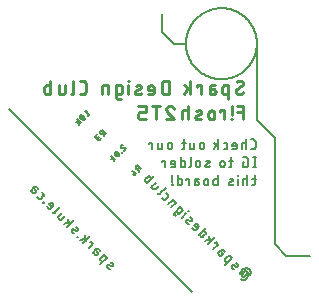
<source format=gbr>
G04 EAGLE Gerber RS-274X export*
G75*
%MOMM*%
%FSLAX34Y34*%
%LPD*%
%INSilkscreen Bottom*%
%IPPOS*%
%AMOC8*
5,1,8,0,0,1.08239X$1,22.5*%
G01*
G04 Define Apertures*
%ADD10C,0.200000*%
%ADD11C,0.279400*%
%ADD12C,0.203200*%
%ADD13C,0.127000*%
D10*
X145000Y205000D02*
X145009Y205736D01*
X145036Y206472D01*
X145081Y207207D01*
X145144Y207941D01*
X145226Y208672D01*
X145325Y209402D01*
X145442Y210129D01*
X145576Y210853D01*
X145729Y211573D01*
X145899Y212289D01*
X146087Y213001D01*
X146292Y213709D01*
X146514Y214410D01*
X146754Y215107D01*
X147010Y215797D01*
X147284Y216481D01*
X147574Y217157D01*
X147880Y217827D01*
X148203Y218488D01*
X148542Y219142D01*
X148897Y219787D01*
X149268Y220423D01*
X149654Y221050D01*
X150056Y221667D01*
X150472Y222274D01*
X150904Y222871D01*
X151350Y223457D01*
X151810Y224032D01*
X152284Y224595D01*
X152771Y225147D01*
X153273Y225686D01*
X153787Y226213D01*
X154314Y226727D01*
X154853Y227229D01*
X155405Y227716D01*
X155968Y228190D01*
X156543Y228650D01*
X157129Y229096D01*
X157726Y229528D01*
X158333Y229944D01*
X158950Y230346D01*
X159577Y230732D01*
X160213Y231103D01*
X160858Y231458D01*
X161512Y231797D01*
X162173Y232120D01*
X162843Y232426D01*
X163519Y232716D01*
X164203Y232990D01*
X164893Y233246D01*
X165590Y233486D01*
X166291Y233708D01*
X166999Y233913D01*
X167711Y234101D01*
X168427Y234271D01*
X169147Y234424D01*
X169871Y234558D01*
X170598Y234675D01*
X171328Y234774D01*
X172059Y234856D01*
X172793Y234919D01*
X173528Y234964D01*
X174264Y234991D01*
X175000Y235000D01*
X175736Y234991D01*
X176472Y234964D01*
X177207Y234919D01*
X177941Y234856D01*
X178672Y234774D01*
X179402Y234675D01*
X180129Y234558D01*
X180853Y234424D01*
X181573Y234271D01*
X182289Y234101D01*
X183001Y233913D01*
X183709Y233708D01*
X184410Y233486D01*
X185107Y233246D01*
X185797Y232990D01*
X186481Y232716D01*
X187157Y232426D01*
X187827Y232120D01*
X188488Y231797D01*
X189142Y231458D01*
X189787Y231103D01*
X190423Y230732D01*
X191050Y230346D01*
X191667Y229944D01*
X192274Y229528D01*
X192871Y229096D01*
X193457Y228650D01*
X194032Y228190D01*
X194595Y227716D01*
X195147Y227229D01*
X195686Y226727D01*
X196213Y226213D01*
X196727Y225686D01*
X197229Y225147D01*
X197716Y224595D01*
X198190Y224032D01*
X198650Y223457D01*
X199096Y222871D01*
X199528Y222274D01*
X199944Y221667D01*
X200346Y221050D01*
X200732Y220423D01*
X201103Y219787D01*
X201458Y219142D01*
X201797Y218488D01*
X202120Y217827D01*
X202426Y217157D01*
X202716Y216481D01*
X202990Y215797D01*
X203246Y215107D01*
X203486Y214410D01*
X203708Y213709D01*
X203913Y213001D01*
X204101Y212289D01*
X204271Y211573D01*
X204424Y210853D01*
X204558Y210129D01*
X204675Y209402D01*
X204774Y208672D01*
X204856Y207941D01*
X204919Y207207D01*
X204964Y206472D01*
X204991Y205736D01*
X205000Y205000D01*
X204991Y204264D01*
X204964Y203528D01*
X204919Y202793D01*
X204856Y202059D01*
X204774Y201328D01*
X204675Y200598D01*
X204558Y199871D01*
X204424Y199147D01*
X204271Y198427D01*
X204101Y197711D01*
X203913Y196999D01*
X203708Y196291D01*
X203486Y195590D01*
X203246Y194893D01*
X202990Y194203D01*
X202716Y193519D01*
X202426Y192843D01*
X202120Y192173D01*
X201797Y191512D01*
X201458Y190858D01*
X201103Y190213D01*
X200732Y189577D01*
X200346Y188950D01*
X199944Y188333D01*
X199528Y187726D01*
X199096Y187129D01*
X198650Y186543D01*
X198190Y185968D01*
X197716Y185405D01*
X197229Y184853D01*
X196727Y184314D01*
X196213Y183787D01*
X195686Y183273D01*
X195147Y182771D01*
X194595Y182284D01*
X194032Y181810D01*
X193457Y181350D01*
X192871Y180904D01*
X192274Y180472D01*
X191667Y180056D01*
X191050Y179654D01*
X190423Y179268D01*
X189787Y178897D01*
X189142Y178542D01*
X188488Y178203D01*
X187827Y177880D01*
X187157Y177574D01*
X186481Y177284D01*
X185797Y177010D01*
X185107Y176754D01*
X184410Y176514D01*
X183709Y176292D01*
X183001Y176087D01*
X182289Y175899D01*
X181573Y175729D01*
X180853Y175576D01*
X180129Y175442D01*
X179402Y175325D01*
X178672Y175226D01*
X177941Y175144D01*
X177207Y175081D01*
X176472Y175036D01*
X175736Y175009D01*
X175000Y175000D01*
X174264Y175009D01*
X173528Y175036D01*
X172793Y175081D01*
X172059Y175144D01*
X171328Y175226D01*
X170598Y175325D01*
X169871Y175442D01*
X169147Y175576D01*
X168427Y175729D01*
X167711Y175899D01*
X166999Y176087D01*
X166291Y176292D01*
X165590Y176514D01*
X164893Y176754D01*
X164203Y177010D01*
X163519Y177284D01*
X162843Y177574D01*
X162173Y177880D01*
X161512Y178203D01*
X160858Y178542D01*
X160213Y178897D01*
X159577Y179268D01*
X158950Y179654D01*
X158333Y180056D01*
X157726Y180472D01*
X157129Y180904D01*
X156543Y181350D01*
X155968Y181810D01*
X155405Y182284D01*
X154853Y182771D01*
X154314Y183273D01*
X153787Y183787D01*
X153273Y184314D01*
X152771Y184853D01*
X152284Y185405D01*
X151810Y185968D01*
X151350Y186543D01*
X150904Y187129D01*
X150472Y187726D01*
X150056Y188333D01*
X149654Y188950D01*
X149268Y189577D01*
X148897Y190213D01*
X148542Y190858D01*
X148203Y191512D01*
X147880Y192173D01*
X147574Y192843D01*
X147284Y193519D01*
X147010Y194203D01*
X146754Y194893D01*
X146514Y195590D01*
X146292Y196291D01*
X146087Y196999D01*
X145899Y197711D01*
X145729Y198427D01*
X145576Y199147D01*
X145442Y199871D01*
X145325Y200598D01*
X145226Y201328D01*
X145144Y202059D01*
X145081Y202793D01*
X145036Y203528D01*
X145009Y204264D01*
X145000Y205000D01*
X205000Y205000D02*
X205000Y140000D01*
D11*
X189793Y162173D02*
X189693Y162175D01*
X189594Y162181D01*
X189494Y162191D01*
X189396Y162204D01*
X189297Y162222D01*
X189200Y162243D01*
X189104Y162268D01*
X189008Y162297D01*
X188914Y162330D01*
X188821Y162366D01*
X188730Y162406D01*
X188640Y162450D01*
X188552Y162497D01*
X188466Y162547D01*
X188382Y162601D01*
X188300Y162658D01*
X188221Y162718D01*
X188143Y162782D01*
X188069Y162848D01*
X187997Y162917D01*
X187928Y162989D01*
X187862Y163063D01*
X187798Y163141D01*
X187738Y163220D01*
X187681Y163302D01*
X187627Y163386D01*
X187577Y163472D01*
X187530Y163560D01*
X187486Y163650D01*
X187446Y163741D01*
X187410Y163834D01*
X187377Y163928D01*
X187348Y164024D01*
X187323Y164120D01*
X187302Y164217D01*
X187284Y164316D01*
X187271Y164414D01*
X187261Y164514D01*
X187255Y164613D01*
X187253Y164713D01*
X189793Y162173D02*
X189934Y162175D01*
X190075Y162180D01*
X190216Y162190D01*
X190357Y162203D01*
X190497Y162219D01*
X190637Y162240D01*
X190776Y162264D01*
X190915Y162292D01*
X191052Y162323D01*
X191189Y162358D01*
X191325Y162396D01*
X191460Y162438D01*
X191593Y162484D01*
X191726Y162533D01*
X191857Y162586D01*
X191986Y162642D01*
X192115Y162701D01*
X192241Y162764D01*
X192366Y162830D01*
X192489Y162899D01*
X192610Y162972D01*
X192729Y163048D01*
X192847Y163127D01*
X192962Y163208D01*
X193074Y163293D01*
X193185Y163381D01*
X193293Y163472D01*
X193399Y163565D01*
X193502Y163662D01*
X193603Y163761D01*
X193286Y171063D02*
X193284Y171163D01*
X193278Y171262D01*
X193268Y171362D01*
X193255Y171460D01*
X193237Y171559D01*
X193216Y171656D01*
X193191Y171752D01*
X193162Y171848D01*
X193129Y171942D01*
X193093Y172035D01*
X193053Y172126D01*
X193009Y172216D01*
X192962Y172304D01*
X192912Y172390D01*
X192858Y172474D01*
X192801Y172556D01*
X192741Y172635D01*
X192677Y172713D01*
X192611Y172787D01*
X192542Y172859D01*
X192470Y172928D01*
X192396Y172994D01*
X192318Y173058D01*
X192239Y173118D01*
X192157Y173175D01*
X192073Y173229D01*
X191987Y173279D01*
X191899Y173326D01*
X191809Y173370D01*
X191718Y173410D01*
X191625Y173446D01*
X191531Y173479D01*
X191435Y173508D01*
X191339Y173533D01*
X191242Y173554D01*
X191143Y173572D01*
X191045Y173585D01*
X190945Y173595D01*
X190846Y173601D01*
X190746Y173603D01*
X190746Y173604D02*
X190613Y173602D01*
X190480Y173597D01*
X190347Y173587D01*
X190214Y173574D01*
X190082Y173557D01*
X189950Y173537D01*
X189819Y173513D01*
X189689Y173485D01*
X189559Y173454D01*
X189431Y173419D01*
X189303Y173380D01*
X189177Y173338D01*
X189052Y173292D01*
X188928Y173243D01*
X188805Y173191D01*
X188684Y173135D01*
X188565Y173075D01*
X188447Y173013D01*
X188332Y172947D01*
X188218Y172878D01*
X188106Y172805D01*
X187996Y172730D01*
X187888Y172651D01*
X192016Y168840D02*
X192100Y168892D01*
X192183Y168947D01*
X192263Y169006D01*
X192341Y169067D01*
X192416Y169131D01*
X192489Y169199D01*
X192560Y169269D01*
X192627Y169341D01*
X192692Y169416D01*
X192754Y169494D01*
X192813Y169574D01*
X192869Y169656D01*
X192921Y169740D01*
X192970Y169826D01*
X193016Y169914D01*
X193059Y170004D01*
X193098Y170095D01*
X193133Y170188D01*
X193165Y170282D01*
X193193Y170377D01*
X193218Y170473D01*
X193238Y170570D01*
X193256Y170668D01*
X193269Y170766D01*
X193278Y170865D01*
X193284Y170964D01*
X193286Y171063D01*
X188523Y166936D02*
X188439Y166884D01*
X188356Y166829D01*
X188276Y166770D01*
X188198Y166709D01*
X188123Y166645D01*
X188050Y166577D01*
X187979Y166507D01*
X187912Y166435D01*
X187847Y166360D01*
X187785Y166282D01*
X187726Y166202D01*
X187670Y166120D01*
X187618Y166036D01*
X187569Y165950D01*
X187523Y165862D01*
X187480Y165772D01*
X187441Y165681D01*
X187406Y165588D01*
X187374Y165494D01*
X187346Y165399D01*
X187321Y165303D01*
X187301Y165206D01*
X187283Y165108D01*
X187270Y165010D01*
X187261Y164911D01*
X187255Y164812D01*
X187253Y164713D01*
X188523Y166936D02*
X192016Y168841D01*
X180906Y169793D02*
X180906Y158363D01*
X180906Y169793D02*
X177731Y169793D01*
X177646Y169791D01*
X177560Y169785D01*
X177475Y169776D01*
X177391Y169762D01*
X177307Y169745D01*
X177224Y169724D01*
X177142Y169700D01*
X177062Y169672D01*
X176982Y169640D01*
X176904Y169604D01*
X176828Y169566D01*
X176754Y169523D01*
X176682Y169478D01*
X176611Y169429D01*
X176543Y169377D01*
X176478Y169323D01*
X176415Y169265D01*
X176354Y169204D01*
X176296Y169141D01*
X176242Y169076D01*
X176190Y169008D01*
X176141Y168937D01*
X176096Y168865D01*
X176053Y168791D01*
X176015Y168715D01*
X175979Y168637D01*
X175947Y168557D01*
X175919Y168477D01*
X175895Y168395D01*
X175874Y168312D01*
X175857Y168228D01*
X175843Y168144D01*
X175834Y168059D01*
X175828Y167973D01*
X175826Y167888D01*
X175826Y164078D01*
X175828Y163993D01*
X175834Y163907D01*
X175843Y163822D01*
X175857Y163738D01*
X175874Y163654D01*
X175895Y163571D01*
X175919Y163489D01*
X175947Y163409D01*
X175979Y163329D01*
X176015Y163251D01*
X176053Y163175D01*
X176096Y163101D01*
X176141Y163029D01*
X176190Y162958D01*
X176242Y162890D01*
X176296Y162825D01*
X176354Y162762D01*
X176415Y162701D01*
X176478Y162643D01*
X176543Y162589D01*
X176611Y162537D01*
X176682Y162488D01*
X176754Y162443D01*
X176828Y162400D01*
X176904Y162362D01*
X176982Y162326D01*
X177062Y162294D01*
X177142Y162266D01*
X177224Y162242D01*
X177307Y162221D01*
X177391Y162204D01*
X177475Y162190D01*
X177560Y162181D01*
X177646Y162175D01*
X177731Y162173D01*
X180906Y162173D01*
X167817Y166618D02*
X164959Y166618D01*
X167817Y166619D02*
X167910Y166617D01*
X168003Y166611D01*
X168096Y166601D01*
X168188Y166588D01*
X168279Y166570D01*
X168370Y166549D01*
X168460Y166524D01*
X168548Y166495D01*
X168635Y166463D01*
X168721Y166427D01*
X168805Y166387D01*
X168888Y166344D01*
X168969Y166297D01*
X169047Y166248D01*
X169124Y166194D01*
X169198Y166138D01*
X169270Y166079D01*
X169339Y166016D01*
X169405Y165951D01*
X169469Y165883D01*
X169530Y165813D01*
X169588Y165740D01*
X169642Y165665D01*
X169694Y165587D01*
X169742Y165508D01*
X169787Y165426D01*
X169828Y165343D01*
X169866Y165257D01*
X169901Y165171D01*
X169931Y165083D01*
X169958Y164994D01*
X169981Y164904D01*
X170001Y164813D01*
X170016Y164721D01*
X170028Y164628D01*
X170036Y164536D01*
X170040Y164443D01*
X170040Y164349D01*
X170036Y164256D01*
X170028Y164164D01*
X170016Y164071D01*
X170001Y163979D01*
X169981Y163888D01*
X169958Y163798D01*
X169931Y163709D01*
X169901Y163621D01*
X169866Y163535D01*
X169828Y163449D01*
X169787Y163366D01*
X169742Y163285D01*
X169694Y163205D01*
X169642Y163127D01*
X169588Y163052D01*
X169530Y162979D01*
X169469Y162909D01*
X169405Y162841D01*
X169339Y162776D01*
X169270Y162713D01*
X169198Y162654D01*
X169124Y162598D01*
X169047Y162544D01*
X168969Y162495D01*
X168888Y162448D01*
X168805Y162405D01*
X168721Y162365D01*
X168635Y162329D01*
X168548Y162297D01*
X168460Y162268D01*
X168370Y162243D01*
X168279Y162222D01*
X168188Y162204D01*
X168096Y162191D01*
X168003Y162181D01*
X167910Y162175D01*
X167817Y162173D01*
X164959Y162173D01*
X164959Y167888D01*
X164961Y167973D01*
X164967Y168059D01*
X164976Y168144D01*
X164990Y168228D01*
X165007Y168312D01*
X165028Y168395D01*
X165052Y168477D01*
X165080Y168557D01*
X165112Y168637D01*
X165148Y168715D01*
X165186Y168791D01*
X165229Y168865D01*
X165274Y168937D01*
X165323Y169008D01*
X165375Y169076D01*
X165429Y169141D01*
X165487Y169204D01*
X165548Y169265D01*
X165611Y169323D01*
X165676Y169377D01*
X165744Y169429D01*
X165815Y169478D01*
X165887Y169523D01*
X165961Y169566D01*
X166037Y169604D01*
X166115Y169640D01*
X166195Y169672D01*
X166275Y169700D01*
X166357Y169724D01*
X166440Y169745D01*
X166524Y169762D01*
X166608Y169776D01*
X166693Y169785D01*
X166779Y169791D01*
X166864Y169793D01*
X169404Y169793D01*
X157849Y169793D02*
X157849Y162173D01*
X157849Y169793D02*
X154039Y169793D01*
X154039Y168523D01*
X148754Y173603D02*
X148754Y162173D01*
X148754Y165983D02*
X143674Y169793D01*
X146531Y167571D02*
X143674Y162173D01*
X130875Y162173D02*
X130875Y173603D01*
X127700Y173603D01*
X127589Y173601D01*
X127479Y173595D01*
X127368Y173586D01*
X127258Y173572D01*
X127149Y173555D01*
X127040Y173534D01*
X126932Y173509D01*
X126825Y173480D01*
X126719Y173448D01*
X126614Y173412D01*
X126511Y173372D01*
X126409Y173329D01*
X126308Y173282D01*
X126209Y173231D01*
X126113Y173178D01*
X126018Y173121D01*
X125925Y173060D01*
X125834Y172997D01*
X125745Y172930D01*
X125659Y172860D01*
X125576Y172787D01*
X125494Y172712D01*
X125416Y172634D01*
X125341Y172552D01*
X125268Y172469D01*
X125198Y172383D01*
X125131Y172294D01*
X125068Y172203D01*
X125007Y172110D01*
X124950Y172016D01*
X124897Y171919D01*
X124846Y171820D01*
X124799Y171719D01*
X124756Y171617D01*
X124716Y171514D01*
X124680Y171409D01*
X124648Y171303D01*
X124619Y171196D01*
X124594Y171088D01*
X124573Y170979D01*
X124556Y170870D01*
X124542Y170760D01*
X124533Y170649D01*
X124527Y170539D01*
X124525Y170428D01*
X124525Y165348D01*
X124527Y165237D01*
X124533Y165127D01*
X124542Y165016D01*
X124556Y164906D01*
X124573Y164797D01*
X124594Y164688D01*
X124619Y164580D01*
X124648Y164473D01*
X124680Y164367D01*
X124716Y164262D01*
X124756Y164159D01*
X124799Y164057D01*
X124846Y163956D01*
X124897Y163857D01*
X124950Y163761D01*
X125007Y163666D01*
X125068Y163573D01*
X125131Y163482D01*
X125198Y163393D01*
X125268Y163307D01*
X125341Y163224D01*
X125416Y163142D01*
X125494Y163064D01*
X125576Y162989D01*
X125659Y162916D01*
X125745Y162846D01*
X125834Y162779D01*
X125925Y162716D01*
X126018Y162655D01*
X126113Y162598D01*
X126209Y162545D01*
X126308Y162494D01*
X126409Y162447D01*
X126511Y162404D01*
X126614Y162364D01*
X126719Y162328D01*
X126825Y162296D01*
X126932Y162267D01*
X127040Y162242D01*
X127149Y162221D01*
X127258Y162204D01*
X127368Y162190D01*
X127479Y162181D01*
X127589Y162175D01*
X127700Y162173D01*
X130875Y162173D01*
X115961Y162173D02*
X112786Y162173D01*
X115961Y162173D02*
X116046Y162175D01*
X116132Y162181D01*
X116217Y162190D01*
X116301Y162204D01*
X116385Y162221D01*
X116468Y162242D01*
X116550Y162266D01*
X116630Y162294D01*
X116710Y162326D01*
X116788Y162362D01*
X116864Y162400D01*
X116938Y162443D01*
X117010Y162488D01*
X117081Y162537D01*
X117149Y162589D01*
X117214Y162643D01*
X117277Y162701D01*
X117338Y162762D01*
X117396Y162825D01*
X117450Y162890D01*
X117502Y162958D01*
X117551Y163029D01*
X117596Y163101D01*
X117639Y163175D01*
X117677Y163251D01*
X117713Y163329D01*
X117745Y163409D01*
X117773Y163489D01*
X117797Y163571D01*
X117818Y163654D01*
X117835Y163738D01*
X117849Y163822D01*
X117858Y163907D01*
X117864Y163993D01*
X117866Y164078D01*
X117866Y167253D01*
X117864Y167353D01*
X117858Y167452D01*
X117848Y167552D01*
X117835Y167650D01*
X117817Y167749D01*
X117796Y167846D01*
X117771Y167942D01*
X117742Y168038D01*
X117709Y168132D01*
X117673Y168225D01*
X117633Y168316D01*
X117589Y168406D01*
X117542Y168494D01*
X117492Y168580D01*
X117438Y168664D01*
X117381Y168746D01*
X117321Y168825D01*
X117257Y168903D01*
X117191Y168977D01*
X117122Y169049D01*
X117050Y169118D01*
X116976Y169184D01*
X116898Y169248D01*
X116819Y169308D01*
X116737Y169365D01*
X116653Y169419D01*
X116567Y169469D01*
X116479Y169516D01*
X116389Y169560D01*
X116298Y169600D01*
X116205Y169636D01*
X116111Y169669D01*
X116015Y169698D01*
X115919Y169723D01*
X115822Y169744D01*
X115723Y169762D01*
X115625Y169775D01*
X115525Y169785D01*
X115426Y169791D01*
X115326Y169793D01*
X115226Y169791D01*
X115127Y169785D01*
X115027Y169775D01*
X114929Y169762D01*
X114830Y169744D01*
X114733Y169723D01*
X114637Y169698D01*
X114541Y169669D01*
X114447Y169636D01*
X114354Y169600D01*
X114263Y169560D01*
X114173Y169516D01*
X114085Y169469D01*
X113999Y169419D01*
X113915Y169365D01*
X113833Y169308D01*
X113754Y169248D01*
X113676Y169184D01*
X113602Y169118D01*
X113530Y169049D01*
X113461Y168977D01*
X113395Y168903D01*
X113331Y168825D01*
X113271Y168746D01*
X113214Y168664D01*
X113160Y168580D01*
X113110Y168494D01*
X113063Y168406D01*
X113019Y168316D01*
X112979Y168225D01*
X112943Y168132D01*
X112910Y168038D01*
X112881Y167942D01*
X112856Y167846D01*
X112835Y167749D01*
X112817Y167650D01*
X112804Y167552D01*
X112794Y167452D01*
X112788Y167353D01*
X112786Y167253D01*
X112786Y165983D01*
X117866Y165983D01*
X105818Y166618D02*
X102643Y165348D01*
X105818Y166619D02*
X105892Y166650D01*
X105964Y166685D01*
X106034Y166724D01*
X106103Y166766D01*
X106169Y166811D01*
X106233Y166860D01*
X106294Y166911D01*
X106353Y166965D01*
X106409Y167023D01*
X106462Y167082D01*
X106513Y167145D01*
X106560Y167209D01*
X106604Y167276D01*
X106645Y167345D01*
X106682Y167416D01*
X106716Y167489D01*
X106746Y167563D01*
X106773Y167639D01*
X106795Y167716D01*
X106815Y167793D01*
X106830Y167872D01*
X106841Y167951D01*
X106849Y168031D01*
X106853Y168111D01*
X106852Y168191D01*
X106848Y168271D01*
X106840Y168351D01*
X106828Y168430D01*
X106813Y168509D01*
X106793Y168587D01*
X106770Y168663D01*
X106743Y168739D01*
X106712Y168813D01*
X106678Y168885D01*
X106640Y168956D01*
X106599Y169025D01*
X106555Y169092D01*
X106507Y169156D01*
X106457Y169218D01*
X106403Y169278D01*
X106347Y169335D01*
X106287Y169389D01*
X106226Y169440D01*
X106162Y169488D01*
X106095Y169533D01*
X106027Y169574D01*
X105956Y169613D01*
X105884Y169647D01*
X105810Y169678D01*
X105735Y169706D01*
X105658Y169730D01*
X105581Y169750D01*
X105502Y169766D01*
X105423Y169779D01*
X105344Y169787D01*
X105264Y169792D01*
X105183Y169793D01*
X105183Y169792D02*
X105010Y169788D01*
X104836Y169779D01*
X104664Y169766D01*
X104491Y169749D01*
X104319Y169728D01*
X104147Y169703D01*
X103977Y169673D01*
X103806Y169640D01*
X103637Y169602D01*
X103469Y169560D01*
X103302Y169515D01*
X103136Y169465D01*
X102971Y169411D01*
X102807Y169354D01*
X102645Y169292D01*
X102485Y169227D01*
X102326Y169157D01*
X102644Y165347D02*
X102570Y165316D01*
X102498Y165281D01*
X102428Y165242D01*
X102359Y165200D01*
X102293Y165155D01*
X102229Y165106D01*
X102168Y165055D01*
X102109Y165001D01*
X102053Y164943D01*
X102000Y164884D01*
X101949Y164821D01*
X101902Y164757D01*
X101858Y164690D01*
X101817Y164621D01*
X101780Y164550D01*
X101746Y164477D01*
X101716Y164403D01*
X101689Y164327D01*
X101667Y164250D01*
X101647Y164173D01*
X101632Y164094D01*
X101621Y164015D01*
X101613Y163935D01*
X101609Y163855D01*
X101610Y163775D01*
X101614Y163695D01*
X101622Y163615D01*
X101634Y163536D01*
X101649Y163457D01*
X101669Y163379D01*
X101692Y163303D01*
X101719Y163227D01*
X101750Y163153D01*
X101784Y163081D01*
X101822Y163010D01*
X101863Y162941D01*
X101907Y162874D01*
X101955Y162810D01*
X102005Y162748D01*
X102059Y162688D01*
X102115Y162631D01*
X102175Y162577D01*
X102236Y162526D01*
X102300Y162478D01*
X102367Y162433D01*
X102435Y162392D01*
X102506Y162353D01*
X102578Y162319D01*
X102652Y162288D01*
X102727Y162260D01*
X102804Y162236D01*
X102881Y162216D01*
X102960Y162200D01*
X103039Y162187D01*
X103118Y162179D01*
X103198Y162174D01*
X103279Y162173D01*
X103278Y162172D02*
X103533Y162179D01*
X103787Y162191D01*
X104041Y162210D01*
X104295Y162235D01*
X104547Y162265D01*
X104799Y162302D01*
X105051Y162345D01*
X105301Y162393D01*
X105549Y162448D01*
X105797Y162508D01*
X106043Y162574D01*
X106287Y162646D01*
X106530Y162724D01*
X106771Y162807D01*
X96123Y162173D02*
X96123Y169793D01*
X96441Y172968D02*
X96441Y173603D01*
X95806Y173603D01*
X95806Y172968D01*
X96441Y172968D01*
X88764Y162173D02*
X85589Y162173D01*
X88764Y162173D02*
X88849Y162175D01*
X88935Y162181D01*
X89020Y162190D01*
X89104Y162204D01*
X89188Y162221D01*
X89271Y162242D01*
X89353Y162266D01*
X89433Y162294D01*
X89513Y162326D01*
X89591Y162362D01*
X89667Y162400D01*
X89741Y162443D01*
X89813Y162488D01*
X89884Y162537D01*
X89952Y162589D01*
X90017Y162643D01*
X90080Y162701D01*
X90141Y162762D01*
X90199Y162825D01*
X90253Y162890D01*
X90305Y162958D01*
X90354Y163029D01*
X90399Y163101D01*
X90442Y163175D01*
X90480Y163251D01*
X90516Y163329D01*
X90548Y163409D01*
X90576Y163489D01*
X90600Y163571D01*
X90621Y163654D01*
X90638Y163738D01*
X90652Y163822D01*
X90661Y163907D01*
X90667Y163993D01*
X90669Y164078D01*
X90669Y167888D01*
X90667Y167973D01*
X90661Y168059D01*
X90652Y168144D01*
X90638Y168228D01*
X90621Y168312D01*
X90600Y168395D01*
X90576Y168477D01*
X90548Y168557D01*
X90516Y168637D01*
X90480Y168715D01*
X90442Y168791D01*
X90399Y168865D01*
X90354Y168937D01*
X90305Y169008D01*
X90253Y169076D01*
X90199Y169141D01*
X90141Y169204D01*
X90080Y169265D01*
X90017Y169323D01*
X89952Y169377D01*
X89884Y169429D01*
X89813Y169478D01*
X89741Y169523D01*
X89667Y169566D01*
X89591Y169604D01*
X89513Y169640D01*
X89433Y169672D01*
X89353Y169700D01*
X89271Y169724D01*
X89188Y169745D01*
X89104Y169762D01*
X89020Y169776D01*
X88935Y169785D01*
X88849Y169791D01*
X88764Y169793D01*
X85589Y169793D01*
X85589Y160268D01*
X85591Y160183D01*
X85597Y160097D01*
X85606Y160012D01*
X85620Y159928D01*
X85637Y159844D01*
X85658Y159761D01*
X85682Y159679D01*
X85710Y159599D01*
X85742Y159519D01*
X85778Y159441D01*
X85816Y159365D01*
X85859Y159291D01*
X85904Y159219D01*
X85953Y159148D01*
X86005Y159080D01*
X86059Y159015D01*
X86117Y158952D01*
X86178Y158891D01*
X86241Y158833D01*
X86306Y158779D01*
X86374Y158727D01*
X86445Y158678D01*
X86517Y158633D01*
X86591Y158590D01*
X86667Y158552D01*
X86745Y158516D01*
X86825Y158484D01*
X86905Y158456D01*
X86987Y158432D01*
X87070Y158411D01*
X87154Y158394D01*
X87238Y158380D01*
X87323Y158371D01*
X87409Y158365D01*
X87494Y158363D01*
X90034Y158363D01*
X78607Y162173D02*
X78607Y169793D01*
X75432Y169793D01*
X75347Y169791D01*
X75261Y169785D01*
X75176Y169776D01*
X75092Y169762D01*
X75008Y169745D01*
X74925Y169724D01*
X74843Y169700D01*
X74763Y169672D01*
X74683Y169640D01*
X74605Y169604D01*
X74529Y169566D01*
X74455Y169523D01*
X74383Y169478D01*
X74312Y169429D01*
X74244Y169377D01*
X74179Y169323D01*
X74116Y169265D01*
X74055Y169204D01*
X73997Y169141D01*
X73943Y169076D01*
X73891Y169008D01*
X73842Y168937D01*
X73797Y168865D01*
X73754Y168791D01*
X73716Y168715D01*
X73680Y168637D01*
X73648Y168557D01*
X73620Y168477D01*
X73596Y168395D01*
X73575Y168312D01*
X73558Y168228D01*
X73544Y168144D01*
X73535Y168059D01*
X73529Y167973D01*
X73527Y167888D01*
X73527Y162173D01*
X57564Y162173D02*
X55024Y162173D01*
X57564Y162173D02*
X57664Y162175D01*
X57763Y162181D01*
X57863Y162191D01*
X57961Y162204D01*
X58060Y162222D01*
X58157Y162243D01*
X58253Y162268D01*
X58349Y162297D01*
X58443Y162330D01*
X58536Y162366D01*
X58627Y162406D01*
X58717Y162450D01*
X58805Y162497D01*
X58891Y162547D01*
X58975Y162601D01*
X59057Y162658D01*
X59136Y162718D01*
X59214Y162782D01*
X59288Y162848D01*
X59360Y162917D01*
X59429Y162989D01*
X59495Y163063D01*
X59559Y163141D01*
X59619Y163220D01*
X59676Y163302D01*
X59730Y163386D01*
X59780Y163472D01*
X59827Y163560D01*
X59871Y163650D01*
X59911Y163741D01*
X59947Y163834D01*
X59980Y163928D01*
X60009Y164024D01*
X60034Y164120D01*
X60055Y164217D01*
X60073Y164316D01*
X60086Y164414D01*
X60096Y164514D01*
X60102Y164613D01*
X60104Y164713D01*
X60104Y171063D01*
X60102Y171163D01*
X60096Y171262D01*
X60086Y171362D01*
X60073Y171460D01*
X60055Y171559D01*
X60034Y171656D01*
X60009Y171752D01*
X59980Y171848D01*
X59947Y171942D01*
X59911Y172035D01*
X59871Y172126D01*
X59827Y172216D01*
X59780Y172304D01*
X59730Y172390D01*
X59676Y172474D01*
X59619Y172556D01*
X59559Y172635D01*
X59495Y172713D01*
X59429Y172787D01*
X59360Y172859D01*
X59288Y172928D01*
X59214Y172994D01*
X59136Y173058D01*
X59057Y173118D01*
X58975Y173175D01*
X58891Y173229D01*
X58805Y173279D01*
X58717Y173326D01*
X58627Y173370D01*
X58536Y173410D01*
X58443Y173446D01*
X58349Y173479D01*
X58253Y173508D01*
X58157Y173533D01*
X58060Y173554D01*
X57961Y173572D01*
X57863Y173585D01*
X57763Y173595D01*
X57664Y173601D01*
X57564Y173603D01*
X55024Y173603D01*
X49612Y173603D02*
X49612Y164078D01*
X49610Y163993D01*
X49604Y163907D01*
X49595Y163822D01*
X49581Y163738D01*
X49564Y163654D01*
X49543Y163571D01*
X49519Y163489D01*
X49491Y163409D01*
X49459Y163329D01*
X49423Y163251D01*
X49385Y163175D01*
X49342Y163101D01*
X49297Y163029D01*
X49248Y162958D01*
X49196Y162890D01*
X49142Y162825D01*
X49084Y162762D01*
X49023Y162701D01*
X48960Y162643D01*
X48895Y162589D01*
X48827Y162537D01*
X48756Y162488D01*
X48684Y162443D01*
X48610Y162400D01*
X48534Y162362D01*
X48456Y162326D01*
X48376Y162294D01*
X48296Y162266D01*
X48214Y162242D01*
X48131Y162221D01*
X48047Y162204D01*
X47963Y162190D01*
X47878Y162181D01*
X47792Y162175D01*
X47707Y162173D01*
X42336Y164078D02*
X42336Y169793D01*
X42336Y164078D02*
X42334Y163993D01*
X42328Y163907D01*
X42319Y163822D01*
X42305Y163738D01*
X42288Y163654D01*
X42267Y163571D01*
X42243Y163489D01*
X42215Y163409D01*
X42183Y163329D01*
X42147Y163251D01*
X42109Y163175D01*
X42066Y163101D01*
X42021Y163029D01*
X41972Y162958D01*
X41920Y162890D01*
X41866Y162825D01*
X41808Y162762D01*
X41747Y162701D01*
X41684Y162643D01*
X41619Y162589D01*
X41551Y162537D01*
X41480Y162488D01*
X41408Y162443D01*
X41334Y162400D01*
X41258Y162362D01*
X41180Y162326D01*
X41100Y162294D01*
X41020Y162266D01*
X40938Y162242D01*
X40855Y162221D01*
X40771Y162204D01*
X40687Y162190D01*
X40602Y162181D01*
X40516Y162175D01*
X40431Y162173D01*
X37256Y162173D01*
X37256Y169793D01*
X30274Y173603D02*
X30274Y162173D01*
X27099Y162173D01*
X27014Y162175D01*
X26928Y162181D01*
X26843Y162190D01*
X26759Y162204D01*
X26675Y162221D01*
X26592Y162242D01*
X26510Y162266D01*
X26430Y162294D01*
X26350Y162326D01*
X26272Y162362D01*
X26196Y162400D01*
X26122Y162443D01*
X26050Y162488D01*
X25979Y162537D01*
X25911Y162589D01*
X25846Y162643D01*
X25783Y162701D01*
X25722Y162762D01*
X25664Y162825D01*
X25610Y162890D01*
X25558Y162958D01*
X25509Y163029D01*
X25464Y163101D01*
X25421Y163175D01*
X25383Y163251D01*
X25347Y163329D01*
X25315Y163409D01*
X25287Y163489D01*
X25263Y163571D01*
X25242Y163654D01*
X25225Y163738D01*
X25211Y163822D01*
X25202Y163907D01*
X25196Y163993D01*
X25194Y164078D01*
X25194Y167888D01*
X25196Y167973D01*
X25202Y168059D01*
X25211Y168144D01*
X25225Y168228D01*
X25242Y168312D01*
X25263Y168395D01*
X25287Y168477D01*
X25315Y168557D01*
X25347Y168637D01*
X25383Y168715D01*
X25421Y168791D01*
X25464Y168865D01*
X25509Y168937D01*
X25558Y169008D01*
X25610Y169076D01*
X25664Y169141D01*
X25722Y169204D01*
X25783Y169265D01*
X25846Y169323D01*
X25911Y169377D01*
X25979Y169429D01*
X26050Y169478D01*
X26122Y169523D01*
X26196Y169566D01*
X26272Y169604D01*
X26350Y169640D01*
X26430Y169672D01*
X26510Y169700D01*
X26592Y169724D01*
X26675Y169745D01*
X26759Y169762D01*
X26843Y169776D01*
X26928Y169785D01*
X27014Y169791D01*
X27099Y169793D01*
X30274Y169793D01*
X193603Y152267D02*
X193603Y140837D01*
X193603Y152267D02*
X188523Y152267D01*
X188523Y147187D02*
X193603Y147187D01*
X183644Y144647D02*
X183644Y152267D01*
X183962Y141472D02*
X183962Y140837D01*
X183962Y141472D02*
X183327Y141472D01*
X183327Y140837D01*
X183962Y140837D01*
X177521Y140837D02*
X177521Y148457D01*
X173711Y148457D01*
X173711Y147187D01*
X169115Y145917D02*
X169115Y143377D01*
X169115Y145917D02*
X169113Y146017D01*
X169107Y146116D01*
X169097Y146216D01*
X169084Y146314D01*
X169066Y146413D01*
X169045Y146510D01*
X169020Y146606D01*
X168991Y146702D01*
X168958Y146796D01*
X168922Y146889D01*
X168882Y146980D01*
X168838Y147070D01*
X168791Y147158D01*
X168741Y147244D01*
X168687Y147328D01*
X168630Y147410D01*
X168570Y147489D01*
X168506Y147567D01*
X168440Y147641D01*
X168371Y147713D01*
X168299Y147782D01*
X168225Y147848D01*
X168147Y147912D01*
X168068Y147972D01*
X167986Y148029D01*
X167902Y148083D01*
X167816Y148133D01*
X167728Y148180D01*
X167638Y148224D01*
X167547Y148264D01*
X167454Y148300D01*
X167360Y148333D01*
X167264Y148362D01*
X167168Y148387D01*
X167071Y148408D01*
X166972Y148426D01*
X166874Y148439D01*
X166774Y148449D01*
X166675Y148455D01*
X166575Y148457D01*
X166475Y148455D01*
X166376Y148449D01*
X166276Y148439D01*
X166178Y148426D01*
X166079Y148408D01*
X165982Y148387D01*
X165886Y148362D01*
X165790Y148333D01*
X165696Y148300D01*
X165603Y148264D01*
X165512Y148224D01*
X165422Y148180D01*
X165334Y148133D01*
X165248Y148083D01*
X165164Y148029D01*
X165082Y147972D01*
X165003Y147912D01*
X164925Y147848D01*
X164851Y147782D01*
X164779Y147713D01*
X164710Y147641D01*
X164644Y147567D01*
X164580Y147489D01*
X164520Y147410D01*
X164463Y147328D01*
X164409Y147244D01*
X164359Y147158D01*
X164312Y147070D01*
X164268Y146980D01*
X164228Y146889D01*
X164192Y146796D01*
X164159Y146702D01*
X164130Y146606D01*
X164105Y146510D01*
X164084Y146413D01*
X164066Y146314D01*
X164053Y146216D01*
X164043Y146116D01*
X164037Y146017D01*
X164035Y145917D01*
X164035Y143377D01*
X164037Y143277D01*
X164043Y143178D01*
X164053Y143078D01*
X164066Y142980D01*
X164084Y142881D01*
X164105Y142784D01*
X164130Y142688D01*
X164159Y142592D01*
X164192Y142498D01*
X164228Y142405D01*
X164268Y142314D01*
X164312Y142224D01*
X164359Y142136D01*
X164409Y142050D01*
X164463Y141966D01*
X164520Y141884D01*
X164580Y141805D01*
X164644Y141727D01*
X164710Y141653D01*
X164779Y141581D01*
X164851Y141512D01*
X164925Y141446D01*
X165003Y141382D01*
X165082Y141322D01*
X165164Y141265D01*
X165248Y141211D01*
X165334Y141161D01*
X165422Y141114D01*
X165512Y141070D01*
X165603Y141030D01*
X165696Y140994D01*
X165790Y140961D01*
X165886Y140932D01*
X165982Y140907D01*
X166079Y140886D01*
X166178Y140868D01*
X166276Y140855D01*
X166376Y140845D01*
X166475Y140839D01*
X166575Y140837D01*
X166675Y140839D01*
X166774Y140845D01*
X166874Y140855D01*
X166972Y140868D01*
X167071Y140886D01*
X167168Y140907D01*
X167264Y140932D01*
X167360Y140961D01*
X167454Y140994D01*
X167547Y141030D01*
X167638Y141070D01*
X167728Y141114D01*
X167816Y141161D01*
X167902Y141211D01*
X167986Y141265D01*
X168068Y141322D01*
X168147Y141382D01*
X168225Y141446D01*
X168299Y141512D01*
X168371Y141581D01*
X168440Y141653D01*
X168506Y141727D01*
X168570Y141805D01*
X168630Y141884D01*
X168687Y141966D01*
X168741Y142050D01*
X168791Y142136D01*
X168838Y142224D01*
X168882Y142314D01*
X168922Y142405D01*
X168958Y142498D01*
X168991Y142592D01*
X169020Y142688D01*
X169045Y142784D01*
X169066Y142881D01*
X169084Y142980D01*
X169097Y143078D01*
X169107Y143178D01*
X169113Y143277D01*
X169115Y143377D01*
X157068Y145282D02*
X153893Y144012D01*
X157068Y145283D02*
X157142Y145314D01*
X157214Y145349D01*
X157284Y145388D01*
X157353Y145430D01*
X157419Y145475D01*
X157483Y145524D01*
X157544Y145575D01*
X157603Y145629D01*
X157659Y145687D01*
X157712Y145746D01*
X157763Y145809D01*
X157810Y145873D01*
X157854Y145940D01*
X157895Y146009D01*
X157932Y146080D01*
X157966Y146153D01*
X157996Y146227D01*
X158023Y146303D01*
X158045Y146380D01*
X158065Y146457D01*
X158080Y146536D01*
X158091Y146615D01*
X158099Y146695D01*
X158103Y146775D01*
X158102Y146855D01*
X158098Y146935D01*
X158090Y147015D01*
X158078Y147094D01*
X158063Y147173D01*
X158043Y147251D01*
X158020Y147327D01*
X157993Y147403D01*
X157962Y147477D01*
X157928Y147549D01*
X157890Y147620D01*
X157849Y147689D01*
X157805Y147756D01*
X157757Y147820D01*
X157707Y147882D01*
X157653Y147942D01*
X157597Y147999D01*
X157537Y148053D01*
X157476Y148104D01*
X157412Y148152D01*
X157345Y148197D01*
X157277Y148238D01*
X157206Y148277D01*
X157134Y148311D01*
X157060Y148342D01*
X156985Y148370D01*
X156908Y148394D01*
X156831Y148414D01*
X156752Y148430D01*
X156673Y148443D01*
X156594Y148451D01*
X156514Y148456D01*
X156433Y148457D01*
X156433Y148456D02*
X156260Y148452D01*
X156086Y148443D01*
X155914Y148430D01*
X155741Y148413D01*
X155569Y148392D01*
X155397Y148367D01*
X155227Y148337D01*
X155056Y148304D01*
X154887Y148266D01*
X154719Y148224D01*
X154552Y148179D01*
X154386Y148129D01*
X154221Y148075D01*
X154057Y148018D01*
X153895Y147956D01*
X153735Y147891D01*
X153576Y147821D01*
X153894Y144011D02*
X153820Y143980D01*
X153748Y143945D01*
X153678Y143906D01*
X153609Y143864D01*
X153543Y143819D01*
X153479Y143770D01*
X153418Y143719D01*
X153359Y143665D01*
X153303Y143607D01*
X153250Y143548D01*
X153199Y143485D01*
X153152Y143421D01*
X153108Y143354D01*
X153067Y143285D01*
X153030Y143214D01*
X152996Y143141D01*
X152966Y143067D01*
X152939Y142991D01*
X152917Y142914D01*
X152897Y142837D01*
X152882Y142758D01*
X152871Y142679D01*
X152863Y142599D01*
X152859Y142519D01*
X152860Y142439D01*
X152864Y142359D01*
X152872Y142279D01*
X152884Y142200D01*
X152899Y142121D01*
X152919Y142043D01*
X152942Y141967D01*
X152969Y141891D01*
X153000Y141817D01*
X153034Y141745D01*
X153072Y141674D01*
X153113Y141605D01*
X153157Y141538D01*
X153205Y141474D01*
X153255Y141412D01*
X153309Y141352D01*
X153365Y141295D01*
X153425Y141241D01*
X153486Y141190D01*
X153550Y141142D01*
X153617Y141097D01*
X153685Y141056D01*
X153756Y141017D01*
X153828Y140983D01*
X153902Y140952D01*
X153977Y140924D01*
X154054Y140900D01*
X154131Y140880D01*
X154210Y140864D01*
X154289Y140851D01*
X154368Y140843D01*
X154448Y140838D01*
X154529Y140837D01*
X154528Y140836D02*
X154783Y140843D01*
X155037Y140855D01*
X155291Y140874D01*
X155545Y140899D01*
X155797Y140929D01*
X156049Y140966D01*
X156301Y141009D01*
X156551Y141057D01*
X156799Y141112D01*
X157047Y141172D01*
X157293Y141238D01*
X157537Y141310D01*
X157780Y141388D01*
X158021Y141471D01*
X146499Y140837D02*
X146499Y152267D01*
X146499Y148457D02*
X143324Y148457D01*
X143239Y148455D01*
X143153Y148449D01*
X143068Y148440D01*
X142984Y148426D01*
X142900Y148409D01*
X142817Y148388D01*
X142735Y148364D01*
X142655Y148336D01*
X142575Y148304D01*
X142497Y148268D01*
X142421Y148230D01*
X142347Y148187D01*
X142275Y148142D01*
X142204Y148093D01*
X142136Y148041D01*
X142071Y147987D01*
X142008Y147929D01*
X141947Y147868D01*
X141889Y147805D01*
X141835Y147740D01*
X141783Y147672D01*
X141734Y147601D01*
X141689Y147529D01*
X141646Y147455D01*
X141608Y147379D01*
X141572Y147301D01*
X141540Y147221D01*
X141512Y147141D01*
X141488Y147059D01*
X141467Y146976D01*
X141450Y146892D01*
X141436Y146808D01*
X141427Y146723D01*
X141421Y146637D01*
X141419Y146552D01*
X141419Y140837D01*
X131267Y152268D02*
X131163Y152266D01*
X131058Y152260D01*
X130954Y152251D01*
X130851Y152238D01*
X130748Y152220D01*
X130646Y152200D01*
X130544Y152175D01*
X130444Y152147D01*
X130344Y152115D01*
X130246Y152079D01*
X130149Y152040D01*
X130054Y151998D01*
X129960Y151952D01*
X129868Y151902D01*
X129778Y151850D01*
X129690Y151794D01*
X129604Y151734D01*
X129520Y151672D01*
X129439Y151607D01*
X129360Y151539D01*
X129283Y151467D01*
X129210Y151394D01*
X129138Y151317D01*
X129070Y151238D01*
X129005Y151157D01*
X128943Y151073D01*
X128883Y150987D01*
X128827Y150899D01*
X128775Y150809D01*
X128725Y150717D01*
X128679Y150623D01*
X128637Y150528D01*
X128598Y150431D01*
X128562Y150333D01*
X128530Y150233D01*
X128502Y150133D01*
X128477Y150031D01*
X128457Y149929D01*
X128439Y149826D01*
X128426Y149723D01*
X128417Y149619D01*
X128411Y149514D01*
X128409Y149410D01*
X131267Y152267D02*
X131385Y152265D01*
X131504Y152259D01*
X131622Y152250D01*
X131739Y152237D01*
X131856Y152219D01*
X131973Y152199D01*
X132089Y152174D01*
X132204Y152146D01*
X132317Y152113D01*
X132430Y152078D01*
X132542Y152038D01*
X132652Y151996D01*
X132761Y151949D01*
X132869Y151899D01*
X132974Y151846D01*
X133078Y151789D01*
X133180Y151729D01*
X133280Y151666D01*
X133378Y151599D01*
X133474Y151530D01*
X133567Y151457D01*
X133658Y151381D01*
X133747Y151303D01*
X133833Y151221D01*
X133916Y151137D01*
X133997Y151051D01*
X134074Y150961D01*
X134149Y150870D01*
X134221Y150776D01*
X134290Y150679D01*
X134355Y150581D01*
X134418Y150480D01*
X134477Y150377D01*
X134533Y150273D01*
X134585Y150167D01*
X134634Y150059D01*
X134679Y149950D01*
X134721Y149839D01*
X134759Y149727D01*
X129362Y147188D02*
X129286Y147263D01*
X129211Y147342D01*
X129140Y147423D01*
X129071Y147507D01*
X129006Y147593D01*
X128944Y147681D01*
X128884Y147771D01*
X128828Y147863D01*
X128775Y147958D01*
X128726Y148054D01*
X128680Y148152D01*
X128637Y148251D01*
X128598Y148352D01*
X128563Y148454D01*
X128531Y148557D01*
X128503Y148661D01*
X128478Y148766D01*
X128457Y148873D01*
X128440Y148979D01*
X128427Y149086D01*
X128418Y149194D01*
X128412Y149302D01*
X128410Y149410D01*
X129362Y147187D02*
X134760Y140837D01*
X128410Y140837D01*
X119636Y140837D02*
X119636Y152267D01*
X122811Y152267D02*
X116461Y152267D01*
X110863Y140837D02*
X107053Y140837D01*
X106953Y140839D01*
X106854Y140845D01*
X106754Y140855D01*
X106656Y140868D01*
X106557Y140886D01*
X106460Y140907D01*
X106364Y140932D01*
X106268Y140961D01*
X106174Y140994D01*
X106081Y141030D01*
X105990Y141070D01*
X105900Y141114D01*
X105812Y141161D01*
X105726Y141211D01*
X105642Y141265D01*
X105560Y141322D01*
X105481Y141382D01*
X105403Y141446D01*
X105329Y141512D01*
X105257Y141581D01*
X105188Y141653D01*
X105122Y141727D01*
X105058Y141805D01*
X104998Y141884D01*
X104941Y141966D01*
X104887Y142050D01*
X104837Y142136D01*
X104790Y142224D01*
X104746Y142314D01*
X104706Y142405D01*
X104670Y142498D01*
X104637Y142592D01*
X104608Y142688D01*
X104583Y142784D01*
X104562Y142881D01*
X104544Y142980D01*
X104531Y143078D01*
X104521Y143178D01*
X104515Y143277D01*
X104513Y143377D01*
X104513Y144647D01*
X104515Y144747D01*
X104521Y144846D01*
X104531Y144946D01*
X104544Y145044D01*
X104562Y145143D01*
X104583Y145240D01*
X104608Y145336D01*
X104637Y145432D01*
X104670Y145526D01*
X104706Y145619D01*
X104746Y145710D01*
X104790Y145800D01*
X104837Y145888D01*
X104887Y145974D01*
X104941Y146058D01*
X104998Y146140D01*
X105058Y146219D01*
X105122Y146297D01*
X105188Y146371D01*
X105257Y146443D01*
X105329Y146512D01*
X105403Y146578D01*
X105481Y146642D01*
X105560Y146702D01*
X105642Y146759D01*
X105726Y146813D01*
X105812Y146863D01*
X105900Y146910D01*
X105990Y146954D01*
X106081Y146994D01*
X106174Y147030D01*
X106268Y147063D01*
X106364Y147092D01*
X106460Y147117D01*
X106557Y147138D01*
X106656Y147156D01*
X106754Y147169D01*
X106854Y147179D01*
X106953Y147185D01*
X107053Y147187D01*
X110863Y147187D01*
X110863Y152267D01*
X104513Y152267D01*
D12*
X195867Y12964D02*
X196825Y12006D01*
X196825Y12007D02*
X196876Y11954D01*
X196923Y11898D01*
X196968Y11839D01*
X197009Y11779D01*
X197047Y11716D01*
X197081Y11651D01*
X197112Y11584D01*
X197139Y11516D01*
X197162Y11447D01*
X197182Y11376D01*
X197198Y11304D01*
X197210Y11232D01*
X197218Y11159D01*
X197222Y11086D01*
X197222Y11012D01*
X197218Y10939D01*
X197210Y10866D01*
X197198Y10794D01*
X197182Y10722D01*
X197162Y10651D01*
X197139Y10582D01*
X197112Y10514D01*
X197081Y10447D01*
X197047Y10382D01*
X197009Y10319D01*
X196968Y10259D01*
X196923Y10200D01*
X196876Y10144D01*
X196825Y10091D01*
X194909Y8175D01*
X194857Y8125D01*
X194802Y8078D01*
X194745Y8035D01*
X194685Y7994D01*
X194623Y7957D01*
X194560Y7922D01*
X194494Y7892D01*
X194428Y7865D01*
X194359Y7841D01*
X194290Y7821D01*
X194220Y7805D01*
X194149Y7793D01*
X194077Y7784D01*
X194005Y7779D01*
X193933Y7778D01*
X193861Y7781D01*
X193789Y7788D01*
X193718Y7798D01*
X193647Y7813D01*
X193577Y7831D01*
X193508Y7852D01*
X193441Y7878D01*
X193375Y7907D01*
X193310Y7939D01*
X193248Y7975D01*
X193187Y8014D01*
X193129Y8056D01*
X193072Y8101D01*
X193019Y8150D01*
X192968Y8201D01*
X192919Y8254D01*
X192874Y8311D01*
X192832Y8369D01*
X192793Y8430D01*
X192757Y8492D01*
X192725Y8557D01*
X192696Y8623D01*
X192670Y8690D01*
X192649Y8759D01*
X192631Y8829D01*
X192616Y8900D01*
X192606Y8971D01*
X192599Y9043D01*
X192596Y9115D01*
X192597Y9187D01*
X192602Y9259D01*
X192611Y9331D01*
X192623Y9402D01*
X192639Y9472D01*
X192659Y9541D01*
X192683Y9610D01*
X192710Y9676D01*
X192740Y9742D01*
X192775Y9805D01*
X192812Y9867D01*
X192853Y9927D01*
X192896Y9984D01*
X192943Y10039D01*
X192993Y10091D01*
X192834Y9931D02*
X195867Y12964D01*
X192834Y9931D02*
X192787Y9886D01*
X192736Y9843D01*
X192684Y9804D01*
X192629Y9768D01*
X192572Y9735D01*
X192513Y9706D01*
X192453Y9680D01*
X192391Y9657D01*
X192328Y9638D01*
X192264Y9623D01*
X192200Y9612D01*
X192134Y9604D01*
X192069Y9600D01*
X192003Y9600D01*
X191938Y9604D01*
X191872Y9612D01*
X191808Y9623D01*
X191744Y9638D01*
X191681Y9657D01*
X191619Y9680D01*
X191559Y9706D01*
X191500Y9735D01*
X191443Y9768D01*
X191388Y9804D01*
X191336Y9843D01*
X191285Y9886D01*
X191238Y9931D01*
X191193Y9978D01*
X191150Y10029D01*
X191111Y10081D01*
X191075Y10136D01*
X191042Y10193D01*
X191013Y10252D01*
X190987Y10312D01*
X190964Y10374D01*
X190945Y10437D01*
X190930Y10501D01*
X190919Y10565D01*
X190911Y10631D01*
X190907Y10696D01*
X190907Y10762D01*
X190911Y10827D01*
X190919Y10893D01*
X190930Y10957D01*
X190945Y11021D01*
X190964Y11084D01*
X190987Y11146D01*
X191013Y11206D01*
X191042Y11265D01*
X191075Y11322D01*
X191111Y11377D01*
X191150Y11429D01*
X191193Y11480D01*
X191238Y11527D01*
X191237Y11528D02*
X193632Y13922D01*
X193633Y13922D02*
X193719Y14005D01*
X193807Y14085D01*
X193898Y14162D01*
X193992Y14237D01*
X194088Y14308D01*
X194186Y14375D01*
X194287Y14440D01*
X194390Y14501D01*
X194494Y14559D01*
X194601Y14613D01*
X194709Y14664D01*
X194819Y14711D01*
X194930Y14754D01*
X195042Y14794D01*
X195156Y14830D01*
X195271Y14862D01*
X195387Y14890D01*
X195504Y14915D01*
X195622Y14936D01*
X195740Y14952D01*
X195859Y14965D01*
X195978Y14974D01*
X196097Y14979D01*
X196217Y14980D01*
X196336Y14977D01*
X196456Y14970D01*
X196574Y14959D01*
X196693Y14944D01*
X196811Y14926D01*
X196928Y14903D01*
X197045Y14877D01*
X197160Y14846D01*
X197275Y14812D01*
X197388Y14774D01*
X197500Y14733D01*
X197611Y14688D01*
X197720Y14639D01*
X197827Y14586D01*
X197932Y14530D01*
X198036Y14471D01*
X198138Y14408D01*
X198237Y14342D01*
X198334Y14273D01*
X198429Y14200D01*
X198521Y14124D01*
X198611Y14046D01*
X198698Y13964D01*
X198783Y13879D01*
X198865Y13792D01*
X198943Y13702D01*
X199019Y13610D01*
X199092Y13515D01*
X199161Y13418D01*
X199227Y13318D01*
X199290Y13217D01*
X199349Y13113D01*
X199405Y13008D01*
X199458Y12900D01*
X199507Y12792D01*
X199552Y12681D01*
X199593Y12569D01*
X199631Y12456D01*
X199665Y12341D01*
X199696Y12226D01*
X199722Y12109D01*
X199745Y11992D01*
X199763Y11874D01*
X199778Y11755D01*
X199789Y11636D01*
X199796Y11517D01*
X199799Y11398D01*
X199798Y11278D01*
X199793Y11159D01*
X199784Y11040D01*
X199771Y10921D01*
X199755Y10803D01*
X199734Y10685D01*
X199709Y10568D01*
X199681Y10452D01*
X199649Y10337D01*
X199613Y10223D01*
X199573Y10111D01*
X199530Y10000D01*
X199483Y9890D01*
X199432Y9782D01*
X199378Y9675D01*
X199320Y9571D01*
X199259Y9468D01*
X199194Y9367D01*
X199127Y9269D01*
X199056Y9173D01*
X198981Y9079D01*
X198904Y8988D01*
X198824Y8900D01*
X198741Y8814D01*
X198741Y8813D02*
X196027Y6099D01*
X195943Y6019D01*
X195857Y5941D01*
X195769Y5867D01*
X195678Y5795D01*
X195584Y5727D01*
X195488Y5661D01*
X195390Y5599D01*
X195290Y5541D01*
X195188Y5486D01*
X195085Y5434D01*
X194979Y5386D01*
X194872Y5342D01*
X194764Y5301D01*
X194654Y5264D01*
X194543Y5231D01*
X194431Y5202D01*
X194318Y5176D01*
X194204Y5155D01*
X194089Y5137D01*
X193974Y5123D01*
X193859Y5113D01*
X193743Y5107D01*
X193627Y5105D01*
X193511Y5107D01*
X193396Y5113D01*
X193280Y5123D01*
X193165Y5136D01*
X193051Y5154D01*
X192937Y5176D01*
X192824Y5201D01*
X192712Y5230D01*
X192600Y5264D01*
X192491Y5300D01*
X192382Y5341D01*
X192275Y5385D01*
X192169Y5433D01*
X192066Y5485D01*
X191964Y5540D01*
X191864Y5598D01*
X191766Y5660D01*
X191670Y5725D01*
X191576Y5794D01*
X191485Y5865D01*
X191396Y5940D01*
X187526Y16197D02*
X185291Y17155D01*
X187526Y16197D02*
X187589Y16172D01*
X187653Y16151D01*
X187718Y16133D01*
X187785Y16120D01*
X187852Y16110D01*
X187919Y16104D01*
X187987Y16102D01*
X188055Y16104D01*
X188122Y16110D01*
X188189Y16120D01*
X188255Y16133D01*
X188321Y16151D01*
X188385Y16172D01*
X188448Y16197D01*
X188509Y16225D01*
X188569Y16257D01*
X188627Y16292D01*
X188682Y16331D01*
X188736Y16373D01*
X188786Y16417D01*
X188835Y16465D01*
X188880Y16515D01*
X188922Y16568D01*
X188961Y16623D01*
X188997Y16681D01*
X189030Y16740D01*
X189059Y16801D01*
X189084Y16864D01*
X189106Y16928D01*
X189124Y16993D01*
X189138Y17060D01*
X189149Y17126D01*
X189155Y17194D01*
X189158Y17262D01*
X189157Y17329D01*
X189151Y17397D01*
X189142Y17464D01*
X189129Y17530D01*
X189113Y17596D01*
X189092Y17660D01*
X189068Y17724D01*
X189040Y17785D01*
X189009Y17845D01*
X188974Y17903D01*
X188936Y17959D01*
X188895Y18013D01*
X188850Y18064D01*
X188803Y18113D01*
X188802Y18113D02*
X188701Y18209D01*
X188597Y18302D01*
X188490Y18392D01*
X188381Y18480D01*
X188270Y18564D01*
X188156Y18645D01*
X188040Y18724D01*
X187922Y18799D01*
X187802Y18870D01*
X187681Y18939D01*
X187557Y19004D01*
X187432Y19066D01*
X187305Y19124D01*
X187176Y19179D01*
X187046Y19230D01*
X185290Y17155D02*
X185227Y17180D01*
X185163Y17201D01*
X185098Y17219D01*
X185031Y17232D01*
X184964Y17242D01*
X184897Y17248D01*
X184829Y17250D01*
X184761Y17248D01*
X184694Y17242D01*
X184627Y17232D01*
X184561Y17219D01*
X184495Y17201D01*
X184431Y17180D01*
X184368Y17155D01*
X184307Y17127D01*
X184247Y17095D01*
X184189Y17060D01*
X184134Y17021D01*
X184080Y16979D01*
X184029Y16935D01*
X183981Y16887D01*
X183936Y16837D01*
X183894Y16784D01*
X183855Y16729D01*
X183819Y16671D01*
X183786Y16612D01*
X183757Y16551D01*
X183732Y16488D01*
X183710Y16424D01*
X183692Y16359D01*
X183678Y16292D01*
X183667Y16225D01*
X183661Y16158D01*
X183658Y16090D01*
X183659Y16023D01*
X183665Y15955D01*
X183674Y15888D01*
X183687Y15822D01*
X183703Y15756D01*
X183724Y15692D01*
X183748Y15628D01*
X183776Y15567D01*
X183807Y15507D01*
X183842Y15449D01*
X183880Y15393D01*
X183921Y15339D01*
X183966Y15288D01*
X184013Y15239D01*
X184014Y15239D02*
X184145Y15114D01*
X184280Y14993D01*
X184417Y14875D01*
X184557Y14760D01*
X184699Y14648D01*
X184844Y14540D01*
X184992Y14435D01*
X185142Y14333D01*
X185295Y14236D01*
X185449Y14142D01*
X185606Y14051D01*
X185765Y13964D01*
X185926Y13881D01*
X186089Y13802D01*
X177976Y17445D02*
X183724Y23192D01*
X182127Y24789D01*
X182076Y24838D01*
X182022Y24884D01*
X181965Y24927D01*
X181907Y24967D01*
X181847Y25004D01*
X181784Y25038D01*
X181720Y25069D01*
X181655Y25096D01*
X181588Y25120D01*
X181520Y25140D01*
X181451Y25156D01*
X181381Y25169D01*
X181311Y25179D01*
X181240Y25184D01*
X181169Y25186D01*
X181098Y25184D01*
X181027Y25179D01*
X180957Y25169D01*
X180887Y25156D01*
X180818Y25140D01*
X180750Y25120D01*
X180683Y25096D01*
X180618Y25069D01*
X180554Y25038D01*
X180492Y25004D01*
X180431Y24967D01*
X180373Y24927D01*
X180316Y24884D01*
X180262Y24838D01*
X180211Y24789D01*
X178296Y22873D01*
X178295Y22873D02*
X178244Y22820D01*
X178197Y22764D01*
X178152Y22706D01*
X178111Y22645D01*
X178073Y22582D01*
X178039Y22517D01*
X178008Y22450D01*
X177981Y22382D01*
X177958Y22313D01*
X177938Y22242D01*
X177922Y22170D01*
X177910Y22098D01*
X177902Y22025D01*
X177898Y21952D01*
X177898Y21878D01*
X177902Y21805D01*
X177910Y21732D01*
X177922Y21660D01*
X177938Y21588D01*
X177958Y21517D01*
X177981Y21448D01*
X178008Y21380D01*
X178039Y21313D01*
X178073Y21248D01*
X178111Y21185D01*
X178152Y21125D01*
X178197Y21066D01*
X178244Y21010D01*
X178295Y20957D01*
X178296Y20957D02*
X179892Y19361D01*
X175523Y28200D02*
X174086Y29637D01*
X175522Y28200D02*
X175577Y28143D01*
X175628Y28083D01*
X175676Y28021D01*
X175721Y27957D01*
X175763Y27890D01*
X175802Y27821D01*
X175837Y27751D01*
X175868Y27679D01*
X175896Y27605D01*
X175920Y27530D01*
X175941Y27454D01*
X175957Y27377D01*
X175970Y27299D01*
X175979Y27221D01*
X175984Y27142D01*
X175985Y27063D01*
X175982Y26985D01*
X175975Y26906D01*
X175964Y26828D01*
X175950Y26751D01*
X175931Y26674D01*
X175909Y26598D01*
X175883Y26524D01*
X175853Y26451D01*
X175820Y26380D01*
X175783Y26310D01*
X175743Y26242D01*
X175699Y26177D01*
X175652Y26113D01*
X175603Y26052D01*
X175550Y25994D01*
X175494Y25938D01*
X175436Y25885D01*
X175375Y25836D01*
X175311Y25789D01*
X175246Y25745D01*
X175178Y25705D01*
X175108Y25668D01*
X175037Y25635D01*
X174964Y25605D01*
X174889Y25579D01*
X174814Y25557D01*
X174737Y25538D01*
X174660Y25524D01*
X174582Y25513D01*
X174503Y25506D01*
X174425Y25503D01*
X174346Y25504D01*
X174267Y25509D01*
X174189Y25518D01*
X174111Y25531D01*
X174034Y25547D01*
X173958Y25568D01*
X173883Y25592D01*
X173809Y25620D01*
X173737Y25651D01*
X173667Y25686D01*
X173598Y25725D01*
X173531Y25767D01*
X173467Y25812D01*
X173405Y25860D01*
X173345Y25911D01*
X173288Y25966D01*
X173287Y25965D02*
X171851Y27402D01*
X174724Y30276D01*
X174775Y30325D01*
X174829Y30371D01*
X174886Y30414D01*
X174944Y30454D01*
X175005Y30491D01*
X175067Y30525D01*
X175131Y30556D01*
X175196Y30583D01*
X175263Y30607D01*
X175331Y30627D01*
X175400Y30643D01*
X175470Y30656D01*
X175540Y30666D01*
X175611Y30671D01*
X175682Y30673D01*
X175753Y30671D01*
X175824Y30666D01*
X175894Y30656D01*
X175964Y30643D01*
X176033Y30627D01*
X176101Y30607D01*
X176168Y30583D01*
X176233Y30556D01*
X176297Y30525D01*
X176360Y30491D01*
X176420Y30454D01*
X176478Y30414D01*
X176535Y30371D01*
X176589Y30325D01*
X176640Y30276D01*
X177917Y28999D01*
X172078Y34838D02*
X168246Y31006D01*
X172078Y34838D02*
X170162Y36754D01*
X169523Y36115D01*
X169399Y41348D02*
X163652Y35601D01*
X165568Y37516D02*
X164929Y41987D01*
X165248Y39432D02*
X161098Y38155D01*
X155902Y43351D02*
X161649Y49098D01*
X155902Y43351D02*
X157498Y41754D01*
X157549Y41705D01*
X157603Y41659D01*
X157660Y41616D01*
X157718Y41576D01*
X157779Y41539D01*
X157841Y41505D01*
X157905Y41474D01*
X157970Y41447D01*
X158037Y41423D01*
X158105Y41403D01*
X158174Y41387D01*
X158244Y41374D01*
X158314Y41364D01*
X158385Y41359D01*
X158456Y41357D01*
X158527Y41359D01*
X158598Y41364D01*
X158668Y41374D01*
X158738Y41387D01*
X158807Y41403D01*
X158875Y41423D01*
X158942Y41447D01*
X159007Y41474D01*
X159071Y41505D01*
X159134Y41539D01*
X159194Y41576D01*
X159252Y41616D01*
X159309Y41659D01*
X159363Y41705D01*
X159414Y41754D01*
X161330Y43670D01*
X161379Y43721D01*
X161425Y43775D01*
X161468Y43832D01*
X161508Y43890D01*
X161545Y43951D01*
X161579Y44013D01*
X161610Y44077D01*
X161637Y44142D01*
X161661Y44209D01*
X161681Y44277D01*
X161697Y44346D01*
X161710Y44416D01*
X161720Y44486D01*
X161725Y44557D01*
X161727Y44628D01*
X161725Y44699D01*
X161720Y44770D01*
X161710Y44840D01*
X161697Y44910D01*
X161681Y44979D01*
X161661Y45047D01*
X161637Y45114D01*
X161610Y45179D01*
X161579Y45243D01*
X161545Y45306D01*
X161508Y45366D01*
X161468Y45424D01*
X161425Y45481D01*
X161379Y45535D01*
X161330Y45586D01*
X159733Y47182D01*
X151621Y47632D02*
X150024Y49228D01*
X151621Y47632D02*
X151672Y47583D01*
X151726Y47537D01*
X151783Y47494D01*
X151841Y47454D01*
X151902Y47417D01*
X151964Y47383D01*
X152028Y47352D01*
X152093Y47325D01*
X152160Y47301D01*
X152228Y47281D01*
X152297Y47265D01*
X152367Y47252D01*
X152437Y47242D01*
X152508Y47237D01*
X152579Y47235D01*
X152650Y47237D01*
X152721Y47242D01*
X152791Y47252D01*
X152861Y47265D01*
X152930Y47281D01*
X152998Y47301D01*
X153065Y47325D01*
X153130Y47352D01*
X153194Y47383D01*
X153257Y47417D01*
X153317Y47454D01*
X153375Y47494D01*
X153432Y47537D01*
X153486Y47583D01*
X153537Y47632D01*
X155133Y49228D01*
X155191Y49288D01*
X155245Y49351D01*
X155297Y49417D01*
X155346Y49484D01*
X155391Y49554D01*
X155434Y49626D01*
X155473Y49700D01*
X155508Y49776D01*
X155540Y49853D01*
X155568Y49931D01*
X155593Y50011D01*
X155614Y50092D01*
X155631Y50173D01*
X155645Y50255D01*
X155654Y50338D01*
X155660Y50422D01*
X155662Y50505D01*
X155660Y50588D01*
X155654Y50672D01*
X155645Y50755D01*
X155631Y50837D01*
X155614Y50918D01*
X155593Y50999D01*
X155568Y51079D01*
X155540Y51157D01*
X155508Y51234D01*
X155473Y51310D01*
X155434Y51384D01*
X155391Y51456D01*
X155346Y51526D01*
X155297Y51593D01*
X155245Y51659D01*
X155191Y51722D01*
X155133Y51782D01*
X155073Y51840D01*
X155010Y51894D01*
X154944Y51946D01*
X154877Y51995D01*
X154807Y52040D01*
X154735Y52083D01*
X154661Y52122D01*
X154585Y52157D01*
X154508Y52189D01*
X154430Y52217D01*
X154350Y52242D01*
X154269Y52263D01*
X154188Y52280D01*
X154105Y52294D01*
X154023Y52303D01*
X153939Y52309D01*
X153856Y52311D01*
X153773Y52309D01*
X153689Y52303D01*
X153606Y52294D01*
X153524Y52280D01*
X153442Y52263D01*
X153362Y52242D01*
X153282Y52217D01*
X153204Y52189D01*
X153127Y52157D01*
X153051Y52122D01*
X152977Y52083D01*
X152905Y52040D01*
X152835Y51995D01*
X152768Y51946D01*
X152702Y51894D01*
X152639Y51840D01*
X152579Y51782D01*
X152579Y51783D02*
X151940Y51144D01*
X154495Y48590D01*
X148731Y54991D02*
X146496Y55949D01*
X148732Y54992D02*
X148795Y54967D01*
X148859Y54946D01*
X148924Y54928D01*
X148991Y54915D01*
X149058Y54905D01*
X149125Y54899D01*
X149193Y54897D01*
X149261Y54899D01*
X149328Y54905D01*
X149395Y54915D01*
X149461Y54928D01*
X149527Y54946D01*
X149591Y54967D01*
X149654Y54992D01*
X149715Y55020D01*
X149775Y55052D01*
X149833Y55087D01*
X149888Y55126D01*
X149942Y55168D01*
X149992Y55212D01*
X150041Y55260D01*
X150086Y55310D01*
X150128Y55363D01*
X150167Y55418D01*
X150203Y55476D01*
X150236Y55535D01*
X150265Y55596D01*
X150290Y55659D01*
X150312Y55723D01*
X150330Y55788D01*
X150344Y55855D01*
X150355Y55921D01*
X150361Y55989D01*
X150364Y56057D01*
X150363Y56124D01*
X150357Y56192D01*
X150348Y56259D01*
X150335Y56325D01*
X150319Y56391D01*
X150298Y56455D01*
X150274Y56519D01*
X150246Y56580D01*
X150215Y56640D01*
X150180Y56698D01*
X150142Y56754D01*
X150101Y56808D01*
X150056Y56859D01*
X150009Y56908D01*
X150008Y56907D02*
X149907Y57003D01*
X149803Y57096D01*
X149696Y57186D01*
X149587Y57274D01*
X149476Y57358D01*
X149362Y57439D01*
X149246Y57518D01*
X149128Y57593D01*
X149008Y57664D01*
X148887Y57733D01*
X148763Y57798D01*
X148638Y57860D01*
X148511Y57918D01*
X148382Y57973D01*
X148252Y58024D01*
X146496Y55949D02*
X146433Y55974D01*
X146369Y55995D01*
X146304Y56013D01*
X146237Y56026D01*
X146170Y56036D01*
X146103Y56042D01*
X146035Y56044D01*
X145967Y56042D01*
X145900Y56036D01*
X145833Y56026D01*
X145767Y56013D01*
X145701Y55995D01*
X145637Y55974D01*
X145574Y55949D01*
X145513Y55921D01*
X145453Y55889D01*
X145395Y55854D01*
X145340Y55815D01*
X145286Y55773D01*
X145235Y55729D01*
X145187Y55681D01*
X145142Y55631D01*
X145100Y55578D01*
X145061Y55523D01*
X145025Y55465D01*
X144992Y55406D01*
X144963Y55345D01*
X144938Y55282D01*
X144916Y55218D01*
X144898Y55153D01*
X144884Y55086D01*
X144873Y55019D01*
X144867Y54952D01*
X144864Y54884D01*
X144865Y54817D01*
X144871Y54749D01*
X144880Y54682D01*
X144893Y54616D01*
X144909Y54550D01*
X144930Y54486D01*
X144954Y54422D01*
X144982Y54361D01*
X145013Y54301D01*
X145048Y54243D01*
X145086Y54187D01*
X145127Y54133D01*
X145172Y54082D01*
X145219Y54033D01*
X145219Y54034D02*
X145350Y53909D01*
X145485Y53788D01*
X145622Y53670D01*
X145762Y53555D01*
X145904Y53443D01*
X146049Y53335D01*
X146197Y53230D01*
X146347Y53128D01*
X146500Y53031D01*
X146654Y52937D01*
X146811Y52846D01*
X146970Y52759D01*
X147131Y52676D01*
X147294Y52597D01*
X141603Y57650D02*
X145435Y61481D01*
X147191Y62918D02*
X147510Y63237D01*
X147191Y63557D01*
X146871Y63237D01*
X147191Y62918D01*
X137886Y61367D02*
X136289Y62963D01*
X137886Y61367D02*
X137937Y61318D01*
X137991Y61272D01*
X138048Y61229D01*
X138106Y61189D01*
X138167Y61152D01*
X138229Y61118D01*
X138293Y61087D01*
X138358Y61060D01*
X138425Y61036D01*
X138493Y61016D01*
X138562Y61000D01*
X138632Y60987D01*
X138702Y60977D01*
X138773Y60972D01*
X138844Y60970D01*
X138915Y60972D01*
X138986Y60977D01*
X139056Y60987D01*
X139126Y61000D01*
X139195Y61016D01*
X139263Y61036D01*
X139330Y61060D01*
X139395Y61087D01*
X139459Y61118D01*
X139522Y61152D01*
X139582Y61189D01*
X139640Y61229D01*
X139697Y61272D01*
X139751Y61318D01*
X139802Y61367D01*
X139801Y61367D02*
X141717Y63283D01*
X141766Y63334D01*
X141812Y63388D01*
X141855Y63445D01*
X141895Y63503D01*
X141932Y63564D01*
X141966Y63626D01*
X141997Y63690D01*
X142024Y63755D01*
X142048Y63822D01*
X142068Y63890D01*
X142084Y63959D01*
X142097Y64029D01*
X142107Y64099D01*
X142112Y64170D01*
X142114Y64241D01*
X142112Y64312D01*
X142107Y64383D01*
X142097Y64453D01*
X142084Y64523D01*
X142068Y64592D01*
X142048Y64660D01*
X142024Y64727D01*
X141997Y64792D01*
X141966Y64856D01*
X141932Y64919D01*
X141895Y64979D01*
X141855Y65037D01*
X141812Y65094D01*
X141766Y65148D01*
X141717Y65199D01*
X140121Y66795D01*
X135331Y62006D01*
X135282Y61955D01*
X135236Y61901D01*
X135193Y61844D01*
X135153Y61786D01*
X135116Y61726D01*
X135082Y61663D01*
X135051Y61599D01*
X135024Y61534D01*
X135000Y61467D01*
X134980Y61399D01*
X134964Y61330D01*
X134951Y61260D01*
X134941Y61190D01*
X134936Y61119D01*
X134934Y61048D01*
X134936Y60977D01*
X134941Y60906D01*
X134951Y60836D01*
X134964Y60766D01*
X134980Y60697D01*
X135000Y60629D01*
X135024Y60562D01*
X135051Y60497D01*
X135082Y60433D01*
X135116Y60371D01*
X135153Y60310D01*
X135193Y60252D01*
X135236Y60195D01*
X135282Y60141D01*
X135331Y60090D01*
X136609Y58813D01*
X132751Y66502D02*
X136582Y70334D01*
X134986Y71930D01*
X134935Y71979D01*
X134881Y72025D01*
X134824Y72068D01*
X134766Y72108D01*
X134706Y72145D01*
X134643Y72179D01*
X134579Y72210D01*
X134514Y72237D01*
X134447Y72261D01*
X134379Y72281D01*
X134310Y72297D01*
X134240Y72310D01*
X134170Y72320D01*
X134099Y72325D01*
X134028Y72327D01*
X133957Y72325D01*
X133886Y72320D01*
X133816Y72310D01*
X133746Y72297D01*
X133677Y72281D01*
X133609Y72261D01*
X133542Y72237D01*
X133477Y72210D01*
X133413Y72179D01*
X133351Y72145D01*
X133290Y72108D01*
X133232Y72068D01*
X133175Y72025D01*
X133121Y71979D01*
X133070Y71930D01*
X130196Y69056D01*
X125960Y73292D02*
X124683Y74569D01*
X125960Y73292D02*
X126011Y73243D01*
X126065Y73197D01*
X126122Y73154D01*
X126180Y73114D01*
X126241Y73077D01*
X126303Y73043D01*
X126367Y73012D01*
X126432Y72985D01*
X126499Y72961D01*
X126567Y72941D01*
X126636Y72925D01*
X126706Y72912D01*
X126776Y72902D01*
X126847Y72897D01*
X126918Y72895D01*
X126989Y72897D01*
X127060Y72902D01*
X127130Y72912D01*
X127200Y72925D01*
X127269Y72941D01*
X127337Y72961D01*
X127404Y72985D01*
X127469Y73012D01*
X127533Y73043D01*
X127596Y73077D01*
X127656Y73114D01*
X127714Y73154D01*
X127771Y73197D01*
X127825Y73243D01*
X127876Y73292D01*
X129792Y75208D01*
X129841Y75259D01*
X129887Y75313D01*
X129930Y75370D01*
X129970Y75428D01*
X130007Y75489D01*
X130041Y75551D01*
X130072Y75615D01*
X130099Y75680D01*
X130123Y75747D01*
X130143Y75815D01*
X130159Y75884D01*
X130172Y75954D01*
X130182Y76024D01*
X130187Y76095D01*
X130189Y76166D01*
X130187Y76237D01*
X130182Y76308D01*
X130172Y76378D01*
X130159Y76448D01*
X130143Y76517D01*
X130123Y76585D01*
X130099Y76652D01*
X130072Y76717D01*
X130041Y76781D01*
X130007Y76844D01*
X129970Y76904D01*
X129930Y76962D01*
X129887Y77019D01*
X129841Y77073D01*
X129792Y77124D01*
X128515Y78401D01*
X127735Y83012D02*
X122946Y78223D01*
X122946Y78222D02*
X122893Y78171D01*
X122837Y78124D01*
X122779Y78079D01*
X122718Y78038D01*
X122655Y78000D01*
X122590Y77966D01*
X122523Y77935D01*
X122455Y77908D01*
X122386Y77885D01*
X122315Y77865D01*
X122243Y77849D01*
X122171Y77837D01*
X122098Y77829D01*
X122025Y77825D01*
X121951Y77825D01*
X121878Y77829D01*
X121805Y77837D01*
X121733Y77849D01*
X121661Y77865D01*
X121590Y77885D01*
X121521Y77908D01*
X121453Y77935D01*
X121386Y77966D01*
X121321Y78000D01*
X121258Y78038D01*
X121198Y78079D01*
X121139Y78124D01*
X121083Y78171D01*
X121030Y78222D01*
X119268Y81900D02*
X122142Y84774D01*
X119269Y81900D02*
X119216Y81849D01*
X119160Y81802D01*
X119102Y81757D01*
X119041Y81716D01*
X118978Y81678D01*
X118913Y81644D01*
X118846Y81613D01*
X118778Y81586D01*
X118709Y81563D01*
X118638Y81543D01*
X118566Y81527D01*
X118494Y81515D01*
X118421Y81507D01*
X118348Y81503D01*
X118274Y81503D01*
X118201Y81507D01*
X118128Y81515D01*
X118056Y81527D01*
X117984Y81543D01*
X117913Y81563D01*
X117844Y81586D01*
X117776Y81613D01*
X117709Y81644D01*
X117644Y81678D01*
X117581Y81716D01*
X117521Y81757D01*
X117462Y81802D01*
X117406Y81849D01*
X117353Y81900D01*
X115756Y83496D01*
X119588Y87328D01*
X117965Y92782D02*
X112218Y87035D01*
X110621Y88632D01*
X110621Y88631D02*
X110572Y88682D01*
X110526Y88736D01*
X110483Y88793D01*
X110443Y88851D01*
X110406Y88912D01*
X110372Y88974D01*
X110341Y89038D01*
X110314Y89103D01*
X110290Y89170D01*
X110270Y89238D01*
X110254Y89307D01*
X110241Y89377D01*
X110231Y89447D01*
X110226Y89518D01*
X110224Y89589D01*
X110226Y89660D01*
X110231Y89731D01*
X110241Y89801D01*
X110254Y89871D01*
X110270Y89940D01*
X110290Y90008D01*
X110314Y90075D01*
X110341Y90140D01*
X110372Y90204D01*
X110406Y90267D01*
X110443Y90327D01*
X110483Y90385D01*
X110526Y90442D01*
X110572Y90496D01*
X110621Y90547D01*
X112537Y92463D01*
X112588Y92512D01*
X112642Y92558D01*
X112699Y92601D01*
X112757Y92641D01*
X112818Y92678D01*
X112880Y92712D01*
X112944Y92743D01*
X113009Y92770D01*
X113076Y92794D01*
X113144Y92814D01*
X113213Y92830D01*
X113283Y92843D01*
X113353Y92853D01*
X113424Y92858D01*
X113495Y92860D01*
X113566Y92858D01*
X113637Y92853D01*
X113707Y92843D01*
X113777Y92830D01*
X113846Y92814D01*
X113914Y92794D01*
X113981Y92770D01*
X114046Y92743D01*
X114110Y92712D01*
X114173Y92678D01*
X114233Y92641D01*
X114291Y92601D01*
X114348Y92558D01*
X114402Y92512D01*
X114453Y92463D01*
X116049Y90867D01*
X81948Y16774D02*
X79713Y17732D01*
X81949Y16775D02*
X82012Y16750D01*
X82076Y16729D01*
X82141Y16711D01*
X82208Y16698D01*
X82275Y16688D01*
X82342Y16682D01*
X82410Y16680D01*
X82478Y16682D01*
X82545Y16688D01*
X82612Y16698D01*
X82678Y16711D01*
X82744Y16729D01*
X82808Y16750D01*
X82871Y16775D01*
X82932Y16803D01*
X82992Y16835D01*
X83050Y16870D01*
X83105Y16909D01*
X83159Y16951D01*
X83209Y16995D01*
X83258Y17043D01*
X83303Y17093D01*
X83345Y17146D01*
X83384Y17201D01*
X83420Y17259D01*
X83453Y17318D01*
X83482Y17379D01*
X83507Y17442D01*
X83529Y17506D01*
X83547Y17571D01*
X83561Y17638D01*
X83572Y17704D01*
X83578Y17772D01*
X83581Y17840D01*
X83580Y17907D01*
X83574Y17975D01*
X83565Y18042D01*
X83552Y18108D01*
X83536Y18174D01*
X83515Y18238D01*
X83491Y18302D01*
X83463Y18363D01*
X83432Y18423D01*
X83397Y18481D01*
X83359Y18537D01*
X83318Y18591D01*
X83273Y18642D01*
X83226Y18691D01*
X83225Y18690D02*
X83124Y18786D01*
X83020Y18879D01*
X82913Y18969D01*
X82804Y19057D01*
X82693Y19141D01*
X82579Y19222D01*
X82463Y19301D01*
X82345Y19376D01*
X82225Y19447D01*
X82104Y19516D01*
X81980Y19581D01*
X81855Y19643D01*
X81728Y19701D01*
X81599Y19756D01*
X81469Y19807D01*
X79713Y17732D02*
X79650Y17757D01*
X79586Y17778D01*
X79521Y17796D01*
X79454Y17809D01*
X79387Y17819D01*
X79320Y17825D01*
X79252Y17827D01*
X79184Y17825D01*
X79117Y17819D01*
X79050Y17809D01*
X78984Y17796D01*
X78918Y17778D01*
X78854Y17757D01*
X78791Y17732D01*
X78730Y17704D01*
X78670Y17672D01*
X78612Y17637D01*
X78557Y17598D01*
X78503Y17556D01*
X78452Y17512D01*
X78404Y17464D01*
X78359Y17414D01*
X78317Y17361D01*
X78278Y17306D01*
X78242Y17248D01*
X78209Y17189D01*
X78180Y17128D01*
X78155Y17065D01*
X78133Y17001D01*
X78115Y16936D01*
X78101Y16869D01*
X78090Y16802D01*
X78084Y16735D01*
X78081Y16667D01*
X78082Y16600D01*
X78088Y16532D01*
X78097Y16465D01*
X78110Y16399D01*
X78126Y16333D01*
X78147Y16269D01*
X78171Y16205D01*
X78199Y16144D01*
X78230Y16084D01*
X78265Y16026D01*
X78303Y15970D01*
X78344Y15916D01*
X78389Y15865D01*
X78436Y15816D01*
X78437Y15817D02*
X78568Y15692D01*
X78703Y15571D01*
X78840Y15453D01*
X78980Y15338D01*
X79122Y15226D01*
X79267Y15118D01*
X79415Y15013D01*
X79565Y14911D01*
X79718Y14814D01*
X79872Y14720D01*
X80029Y14629D01*
X80188Y14542D01*
X80349Y14459D01*
X80512Y14380D01*
X72399Y18022D02*
X78146Y23769D01*
X76550Y25366D01*
X76499Y25415D01*
X76445Y25461D01*
X76388Y25504D01*
X76330Y25544D01*
X76270Y25581D01*
X76207Y25615D01*
X76143Y25646D01*
X76078Y25673D01*
X76011Y25697D01*
X75943Y25717D01*
X75874Y25733D01*
X75804Y25746D01*
X75734Y25756D01*
X75663Y25761D01*
X75592Y25763D01*
X75521Y25761D01*
X75450Y25756D01*
X75380Y25746D01*
X75310Y25733D01*
X75241Y25717D01*
X75173Y25697D01*
X75106Y25673D01*
X75041Y25646D01*
X74977Y25615D01*
X74915Y25581D01*
X74854Y25544D01*
X74796Y25504D01*
X74739Y25461D01*
X74685Y25415D01*
X74634Y25366D01*
X72718Y23450D01*
X72667Y23397D01*
X72620Y23341D01*
X72575Y23283D01*
X72534Y23222D01*
X72496Y23159D01*
X72462Y23094D01*
X72431Y23027D01*
X72404Y22959D01*
X72381Y22890D01*
X72361Y22819D01*
X72345Y22747D01*
X72333Y22675D01*
X72325Y22602D01*
X72321Y22529D01*
X72321Y22455D01*
X72325Y22382D01*
X72333Y22309D01*
X72345Y22237D01*
X72361Y22165D01*
X72381Y22094D01*
X72404Y22025D01*
X72431Y21957D01*
X72462Y21890D01*
X72496Y21825D01*
X72534Y21762D01*
X72575Y21702D01*
X72620Y21643D01*
X72667Y21587D01*
X72718Y21534D01*
X74315Y19938D01*
X69945Y28777D02*
X68509Y30214D01*
X69945Y28777D02*
X70000Y28720D01*
X70051Y28660D01*
X70099Y28598D01*
X70144Y28534D01*
X70186Y28467D01*
X70225Y28398D01*
X70260Y28328D01*
X70291Y28256D01*
X70319Y28182D01*
X70343Y28107D01*
X70364Y28031D01*
X70380Y27954D01*
X70393Y27876D01*
X70402Y27798D01*
X70407Y27719D01*
X70408Y27640D01*
X70405Y27562D01*
X70398Y27483D01*
X70387Y27405D01*
X70373Y27328D01*
X70354Y27251D01*
X70332Y27175D01*
X70306Y27101D01*
X70276Y27028D01*
X70243Y26957D01*
X70206Y26887D01*
X70166Y26819D01*
X70122Y26754D01*
X70075Y26690D01*
X70026Y26629D01*
X69973Y26571D01*
X69917Y26515D01*
X69859Y26462D01*
X69798Y26413D01*
X69734Y26366D01*
X69669Y26322D01*
X69601Y26282D01*
X69531Y26245D01*
X69460Y26212D01*
X69387Y26182D01*
X69312Y26156D01*
X69237Y26134D01*
X69160Y26115D01*
X69083Y26101D01*
X69005Y26090D01*
X68926Y26083D01*
X68848Y26080D01*
X68769Y26081D01*
X68690Y26086D01*
X68612Y26095D01*
X68534Y26108D01*
X68457Y26124D01*
X68381Y26145D01*
X68306Y26169D01*
X68232Y26197D01*
X68160Y26228D01*
X68090Y26263D01*
X68021Y26302D01*
X67954Y26344D01*
X67890Y26389D01*
X67828Y26437D01*
X67768Y26488D01*
X67711Y26543D01*
X67710Y26542D02*
X66273Y27979D01*
X69147Y30853D01*
X69198Y30902D01*
X69252Y30948D01*
X69309Y30991D01*
X69367Y31031D01*
X69428Y31068D01*
X69490Y31102D01*
X69554Y31133D01*
X69619Y31160D01*
X69686Y31184D01*
X69754Y31204D01*
X69823Y31220D01*
X69893Y31233D01*
X69963Y31243D01*
X70034Y31248D01*
X70105Y31250D01*
X70176Y31248D01*
X70247Y31243D01*
X70317Y31233D01*
X70387Y31220D01*
X70456Y31204D01*
X70524Y31184D01*
X70591Y31160D01*
X70656Y31133D01*
X70720Y31102D01*
X70783Y31068D01*
X70843Y31031D01*
X70901Y30991D01*
X70958Y30948D01*
X71012Y30902D01*
X71063Y30853D01*
X72340Y29576D01*
X66501Y35415D02*
X62669Y31584D01*
X66501Y35415D02*
X64585Y37331D01*
X63946Y36692D01*
X63822Y41925D02*
X58075Y36178D01*
X59991Y38094D02*
X59352Y42564D01*
X59671Y40009D02*
X55520Y38732D01*
X53212Y41041D02*
X53531Y41360D01*
X53212Y41679D01*
X52893Y41360D01*
X53212Y41041D01*
X51991Y46732D02*
X49756Y47690D01*
X51991Y46732D02*
X52054Y46707D01*
X52118Y46686D01*
X52183Y46668D01*
X52250Y46655D01*
X52317Y46645D01*
X52384Y46639D01*
X52452Y46637D01*
X52520Y46639D01*
X52587Y46645D01*
X52654Y46655D01*
X52720Y46668D01*
X52786Y46686D01*
X52850Y46707D01*
X52913Y46732D01*
X52974Y46760D01*
X53034Y46792D01*
X53092Y46827D01*
X53147Y46866D01*
X53201Y46908D01*
X53251Y46952D01*
X53300Y47000D01*
X53345Y47050D01*
X53387Y47103D01*
X53426Y47158D01*
X53462Y47216D01*
X53495Y47275D01*
X53524Y47336D01*
X53549Y47399D01*
X53571Y47463D01*
X53589Y47528D01*
X53603Y47595D01*
X53614Y47661D01*
X53620Y47729D01*
X53623Y47797D01*
X53622Y47864D01*
X53616Y47932D01*
X53607Y47999D01*
X53594Y48065D01*
X53578Y48131D01*
X53557Y48195D01*
X53533Y48259D01*
X53505Y48320D01*
X53474Y48380D01*
X53439Y48438D01*
X53401Y48494D01*
X53360Y48548D01*
X53315Y48599D01*
X53268Y48648D01*
X53267Y48648D02*
X53166Y48744D01*
X53062Y48837D01*
X52955Y48927D01*
X52846Y49015D01*
X52735Y49099D01*
X52621Y49180D01*
X52505Y49259D01*
X52387Y49334D01*
X52267Y49405D01*
X52146Y49474D01*
X52022Y49539D01*
X51897Y49601D01*
X51770Y49659D01*
X51641Y49714D01*
X51511Y49765D01*
X49755Y47690D02*
X49692Y47715D01*
X49628Y47736D01*
X49563Y47754D01*
X49496Y47767D01*
X49429Y47777D01*
X49362Y47783D01*
X49294Y47785D01*
X49226Y47783D01*
X49159Y47777D01*
X49092Y47767D01*
X49026Y47754D01*
X48960Y47736D01*
X48896Y47715D01*
X48833Y47690D01*
X48772Y47662D01*
X48712Y47630D01*
X48654Y47595D01*
X48599Y47556D01*
X48545Y47514D01*
X48494Y47470D01*
X48446Y47422D01*
X48401Y47372D01*
X48359Y47319D01*
X48320Y47264D01*
X48284Y47206D01*
X48251Y47147D01*
X48222Y47086D01*
X48197Y47023D01*
X48175Y46959D01*
X48157Y46894D01*
X48143Y46827D01*
X48132Y46760D01*
X48126Y46693D01*
X48123Y46625D01*
X48124Y46558D01*
X48130Y46490D01*
X48139Y46423D01*
X48152Y46357D01*
X48168Y46291D01*
X48189Y46227D01*
X48213Y46163D01*
X48241Y46102D01*
X48272Y46042D01*
X48307Y45984D01*
X48345Y45928D01*
X48386Y45874D01*
X48431Y45823D01*
X48478Y45774D01*
X48479Y45774D02*
X48610Y45649D01*
X48745Y45528D01*
X48882Y45410D01*
X49022Y45295D01*
X49164Y45183D01*
X49309Y45075D01*
X49457Y44970D01*
X49607Y44868D01*
X49760Y44771D01*
X49914Y44677D01*
X50071Y44586D01*
X50230Y44499D01*
X50391Y44416D01*
X50554Y44337D01*
X44281Y49971D02*
X50029Y55719D01*
X45558Y56357D02*
X46197Y51887D01*
X45878Y53803D02*
X41727Y52526D01*
X39770Y56399D02*
X42643Y59273D01*
X39770Y56399D02*
X39717Y56348D01*
X39661Y56301D01*
X39603Y56256D01*
X39542Y56215D01*
X39479Y56177D01*
X39414Y56143D01*
X39347Y56112D01*
X39279Y56085D01*
X39210Y56062D01*
X39139Y56042D01*
X39067Y56026D01*
X38995Y56014D01*
X38922Y56006D01*
X38849Y56002D01*
X38775Y56002D01*
X38702Y56006D01*
X38629Y56014D01*
X38557Y56026D01*
X38485Y56042D01*
X38414Y56062D01*
X38345Y56085D01*
X38277Y56112D01*
X38210Y56143D01*
X38145Y56177D01*
X38082Y56215D01*
X38022Y56256D01*
X37963Y56301D01*
X37907Y56348D01*
X37854Y56399D01*
X36257Y57995D01*
X40089Y61827D01*
X38753Y66994D02*
X33964Y62204D01*
X33911Y62153D01*
X33855Y62106D01*
X33797Y62061D01*
X33736Y62020D01*
X33673Y61982D01*
X33608Y61948D01*
X33541Y61917D01*
X33473Y61890D01*
X33404Y61867D01*
X33333Y61847D01*
X33261Y61831D01*
X33189Y61819D01*
X33116Y61811D01*
X33043Y61807D01*
X32969Y61807D01*
X32896Y61811D01*
X32823Y61819D01*
X32751Y61831D01*
X32679Y61847D01*
X32608Y61867D01*
X32539Y61890D01*
X32471Y61917D01*
X32404Y61948D01*
X32339Y61982D01*
X32276Y62020D01*
X32216Y62061D01*
X32157Y62106D01*
X32101Y62153D01*
X32048Y62204D01*
X28586Y65666D02*
X26990Y67263D01*
X28586Y65666D02*
X28637Y65617D01*
X28691Y65571D01*
X28748Y65528D01*
X28806Y65488D01*
X28867Y65451D01*
X28929Y65417D01*
X28993Y65386D01*
X29058Y65359D01*
X29125Y65335D01*
X29193Y65315D01*
X29262Y65299D01*
X29332Y65286D01*
X29402Y65276D01*
X29473Y65271D01*
X29544Y65269D01*
X29615Y65271D01*
X29686Y65276D01*
X29756Y65286D01*
X29826Y65299D01*
X29895Y65315D01*
X29963Y65335D01*
X30030Y65359D01*
X30095Y65386D01*
X30159Y65417D01*
X30222Y65451D01*
X30282Y65488D01*
X30340Y65528D01*
X30397Y65571D01*
X30451Y65617D01*
X30502Y65666D01*
X32099Y67263D01*
X32098Y67263D02*
X32156Y67323D01*
X32210Y67386D01*
X32262Y67452D01*
X32311Y67519D01*
X32356Y67589D01*
X32399Y67661D01*
X32438Y67735D01*
X32473Y67811D01*
X32505Y67888D01*
X32533Y67966D01*
X32558Y68046D01*
X32579Y68127D01*
X32596Y68208D01*
X32610Y68290D01*
X32619Y68373D01*
X32625Y68457D01*
X32627Y68540D01*
X32625Y68623D01*
X32619Y68707D01*
X32610Y68790D01*
X32596Y68872D01*
X32579Y68953D01*
X32558Y69034D01*
X32533Y69114D01*
X32505Y69192D01*
X32473Y69269D01*
X32438Y69345D01*
X32399Y69419D01*
X32356Y69491D01*
X32311Y69561D01*
X32262Y69628D01*
X32210Y69694D01*
X32156Y69757D01*
X32098Y69817D01*
X32038Y69875D01*
X31975Y69929D01*
X31909Y69981D01*
X31842Y70030D01*
X31772Y70075D01*
X31700Y70118D01*
X31626Y70157D01*
X31550Y70192D01*
X31473Y70224D01*
X31395Y70252D01*
X31315Y70277D01*
X31234Y70298D01*
X31153Y70315D01*
X31070Y70329D01*
X30988Y70338D01*
X30904Y70344D01*
X30821Y70346D01*
X30738Y70344D01*
X30654Y70338D01*
X30571Y70329D01*
X30489Y70315D01*
X30407Y70298D01*
X30327Y70277D01*
X30247Y70252D01*
X30169Y70224D01*
X30092Y70192D01*
X30016Y70157D01*
X29942Y70118D01*
X29870Y70075D01*
X29800Y70030D01*
X29733Y69981D01*
X29667Y69929D01*
X29604Y69875D01*
X29544Y69817D01*
X28906Y69179D01*
X31460Y66624D01*
X24651Y70240D02*
X24332Y69921D01*
X24651Y70240D02*
X24332Y70560D01*
X24012Y70240D01*
X24332Y69921D01*
X20383Y73869D02*
X19106Y75147D01*
X20383Y73869D02*
X20434Y73820D01*
X20488Y73774D01*
X20545Y73731D01*
X20603Y73691D01*
X20664Y73654D01*
X20726Y73620D01*
X20790Y73589D01*
X20855Y73562D01*
X20922Y73538D01*
X20990Y73518D01*
X21059Y73502D01*
X21129Y73489D01*
X21199Y73479D01*
X21270Y73474D01*
X21341Y73472D01*
X21412Y73474D01*
X21483Y73479D01*
X21553Y73489D01*
X21623Y73502D01*
X21692Y73518D01*
X21760Y73538D01*
X21827Y73562D01*
X21892Y73589D01*
X21956Y73620D01*
X22019Y73654D01*
X22079Y73691D01*
X22137Y73731D01*
X22194Y73774D01*
X22248Y73820D01*
X22299Y73869D01*
X24215Y75785D01*
X24264Y75836D01*
X24310Y75890D01*
X24353Y75947D01*
X24393Y76005D01*
X24430Y76066D01*
X24464Y76128D01*
X24495Y76192D01*
X24522Y76257D01*
X24546Y76324D01*
X24566Y76392D01*
X24582Y76461D01*
X24595Y76531D01*
X24605Y76601D01*
X24610Y76672D01*
X24612Y76743D01*
X24610Y76814D01*
X24605Y76885D01*
X24595Y76955D01*
X24582Y77025D01*
X24566Y77094D01*
X24546Y77162D01*
X24522Y77229D01*
X24495Y77294D01*
X24464Y77358D01*
X24430Y77421D01*
X24393Y77481D01*
X24353Y77539D01*
X24310Y77596D01*
X24264Y77650D01*
X24215Y77701D01*
X22938Y78978D01*
X17573Y81150D02*
X16136Y82587D01*
X17573Y81149D02*
X17628Y81092D01*
X17679Y81032D01*
X17727Y80970D01*
X17772Y80906D01*
X17814Y80839D01*
X17853Y80770D01*
X17888Y80700D01*
X17919Y80628D01*
X17947Y80554D01*
X17971Y80479D01*
X17992Y80403D01*
X18008Y80326D01*
X18021Y80248D01*
X18030Y80170D01*
X18035Y80091D01*
X18036Y80012D01*
X18033Y79934D01*
X18026Y79855D01*
X18015Y79777D01*
X18001Y79700D01*
X17982Y79623D01*
X17960Y79547D01*
X17934Y79473D01*
X17904Y79400D01*
X17871Y79329D01*
X17834Y79259D01*
X17794Y79191D01*
X17750Y79126D01*
X17703Y79062D01*
X17654Y79001D01*
X17601Y78943D01*
X17545Y78887D01*
X17487Y78834D01*
X17426Y78785D01*
X17362Y78738D01*
X17297Y78694D01*
X17229Y78654D01*
X17159Y78617D01*
X17088Y78584D01*
X17015Y78554D01*
X16940Y78528D01*
X16865Y78506D01*
X16788Y78487D01*
X16711Y78473D01*
X16633Y78462D01*
X16554Y78455D01*
X16476Y78452D01*
X16397Y78453D01*
X16318Y78458D01*
X16240Y78467D01*
X16162Y78480D01*
X16085Y78496D01*
X16009Y78517D01*
X15934Y78541D01*
X15860Y78569D01*
X15788Y78600D01*
X15718Y78635D01*
X15649Y78674D01*
X15582Y78716D01*
X15518Y78761D01*
X15456Y78809D01*
X15396Y78860D01*
X15339Y78915D01*
X15338Y78915D02*
X13901Y80351D01*
X16775Y83225D01*
X16826Y83274D01*
X16880Y83320D01*
X16937Y83363D01*
X16995Y83403D01*
X17056Y83440D01*
X17118Y83474D01*
X17182Y83505D01*
X17247Y83532D01*
X17314Y83556D01*
X17382Y83576D01*
X17451Y83592D01*
X17521Y83605D01*
X17591Y83615D01*
X17662Y83620D01*
X17733Y83622D01*
X17804Y83620D01*
X17875Y83615D01*
X17945Y83605D01*
X18015Y83592D01*
X18084Y83576D01*
X18152Y83556D01*
X18219Y83532D01*
X18284Y83505D01*
X18348Y83474D01*
X18411Y83440D01*
X18471Y83403D01*
X18529Y83363D01*
X18586Y83320D01*
X18640Y83274D01*
X18691Y83225D01*
X19968Y81948D01*
X200372Y115856D02*
X202178Y115856D01*
X202261Y115858D01*
X202345Y115864D01*
X202428Y115873D01*
X202510Y115887D01*
X202591Y115904D01*
X202672Y115925D01*
X202752Y115950D01*
X202830Y115978D01*
X202907Y116010D01*
X202983Y116045D01*
X203057Y116084D01*
X203129Y116127D01*
X203199Y116172D01*
X203266Y116221D01*
X203332Y116273D01*
X203395Y116327D01*
X203455Y116385D01*
X203513Y116445D01*
X203567Y116508D01*
X203619Y116574D01*
X203668Y116641D01*
X203714Y116711D01*
X203756Y116783D01*
X203795Y116857D01*
X203830Y116933D01*
X203862Y117010D01*
X203890Y117088D01*
X203915Y117168D01*
X203936Y117249D01*
X203953Y117330D01*
X203967Y117413D01*
X203976Y117495D01*
X203982Y117579D01*
X203984Y117662D01*
X203984Y122178D01*
X203982Y122261D01*
X203976Y122345D01*
X203967Y122428D01*
X203953Y122510D01*
X203936Y122591D01*
X203915Y122672D01*
X203890Y122752D01*
X203862Y122830D01*
X203830Y122907D01*
X203795Y122983D01*
X203756Y123057D01*
X203714Y123129D01*
X203668Y123199D01*
X203619Y123266D01*
X203567Y123332D01*
X203513Y123395D01*
X203455Y123455D01*
X203395Y123513D01*
X203332Y123567D01*
X203266Y123619D01*
X203199Y123668D01*
X203129Y123713D01*
X203057Y123756D01*
X202983Y123795D01*
X202908Y123830D01*
X202830Y123862D01*
X202752Y123890D01*
X202672Y123915D01*
X202592Y123936D01*
X202510Y123953D01*
X202428Y123967D01*
X202345Y123976D01*
X202261Y123982D01*
X202178Y123984D01*
X200372Y123984D01*
X196171Y123984D02*
X196171Y115856D01*
X196171Y121275D02*
X193913Y121275D01*
X193840Y121273D01*
X193767Y121267D01*
X193694Y121257D01*
X193622Y121243D01*
X193551Y121226D01*
X193480Y121204D01*
X193411Y121179D01*
X193344Y121150D01*
X193278Y121117D01*
X193214Y121081D01*
X193153Y121042D01*
X193093Y120999D01*
X193036Y120953D01*
X192981Y120904D01*
X192929Y120852D01*
X192880Y120797D01*
X192834Y120740D01*
X192792Y120680D01*
X192752Y120619D01*
X192716Y120555D01*
X192683Y120489D01*
X192654Y120422D01*
X192629Y120353D01*
X192607Y120283D01*
X192590Y120211D01*
X192576Y120139D01*
X192566Y120067D01*
X192560Y119993D01*
X192558Y119920D01*
X192558Y115856D01*
X186587Y115856D02*
X184329Y115856D01*
X186587Y115856D02*
X186658Y115858D01*
X186729Y115863D01*
X186799Y115873D01*
X186869Y115886D01*
X186938Y115902D01*
X187006Y115922D01*
X187073Y115946D01*
X187138Y115973D01*
X187202Y116004D01*
X187265Y116038D01*
X187325Y116075D01*
X187383Y116115D01*
X187440Y116158D01*
X187494Y116204D01*
X187545Y116253D01*
X187594Y116304D01*
X187640Y116358D01*
X187683Y116415D01*
X187723Y116473D01*
X187760Y116534D01*
X187794Y116596D01*
X187825Y116660D01*
X187852Y116725D01*
X187876Y116792D01*
X187896Y116860D01*
X187912Y116929D01*
X187925Y116999D01*
X187935Y117069D01*
X187940Y117140D01*
X187942Y117211D01*
X187941Y117211D02*
X187941Y119468D01*
X187939Y119551D01*
X187933Y119635D01*
X187924Y119718D01*
X187910Y119800D01*
X187893Y119881D01*
X187872Y119962D01*
X187847Y120042D01*
X187819Y120120D01*
X187787Y120197D01*
X187752Y120273D01*
X187713Y120347D01*
X187670Y120419D01*
X187625Y120489D01*
X187576Y120556D01*
X187524Y120622D01*
X187470Y120685D01*
X187412Y120745D01*
X187352Y120803D01*
X187289Y120857D01*
X187223Y120909D01*
X187156Y120958D01*
X187086Y121003D01*
X187014Y121046D01*
X186940Y121085D01*
X186864Y121120D01*
X186787Y121152D01*
X186709Y121180D01*
X186629Y121205D01*
X186548Y121226D01*
X186467Y121243D01*
X186385Y121257D01*
X186302Y121266D01*
X186218Y121272D01*
X186135Y121274D01*
X186052Y121272D01*
X185968Y121266D01*
X185885Y121257D01*
X185803Y121243D01*
X185722Y121226D01*
X185641Y121205D01*
X185561Y121180D01*
X185483Y121152D01*
X185406Y121120D01*
X185330Y121085D01*
X185256Y121046D01*
X185184Y121003D01*
X185114Y120958D01*
X185047Y120909D01*
X184981Y120857D01*
X184918Y120803D01*
X184858Y120745D01*
X184800Y120685D01*
X184746Y120622D01*
X184694Y120556D01*
X184645Y120489D01*
X184600Y120419D01*
X184557Y120347D01*
X184518Y120273D01*
X184483Y120197D01*
X184451Y120120D01*
X184423Y120042D01*
X184398Y119962D01*
X184377Y119881D01*
X184360Y119800D01*
X184346Y119718D01*
X184337Y119635D01*
X184331Y119551D01*
X184329Y119468D01*
X184329Y118565D01*
X187941Y118565D01*
X178643Y115856D02*
X176837Y115856D01*
X178643Y115856D02*
X178714Y115858D01*
X178785Y115863D01*
X178855Y115873D01*
X178925Y115886D01*
X178994Y115902D01*
X179062Y115922D01*
X179129Y115946D01*
X179194Y115973D01*
X179258Y116004D01*
X179321Y116038D01*
X179381Y116075D01*
X179439Y116115D01*
X179496Y116158D01*
X179550Y116204D01*
X179601Y116253D01*
X179650Y116304D01*
X179696Y116358D01*
X179739Y116415D01*
X179779Y116473D01*
X179816Y116534D01*
X179850Y116596D01*
X179881Y116660D01*
X179908Y116725D01*
X179932Y116792D01*
X179952Y116860D01*
X179968Y116929D01*
X179981Y116999D01*
X179991Y117069D01*
X179996Y117140D01*
X179998Y117211D01*
X179998Y119920D01*
X179996Y119991D01*
X179991Y120062D01*
X179981Y120132D01*
X179968Y120202D01*
X179952Y120271D01*
X179932Y120339D01*
X179908Y120406D01*
X179881Y120471D01*
X179850Y120535D01*
X179816Y120598D01*
X179779Y120658D01*
X179739Y120716D01*
X179696Y120773D01*
X179650Y120827D01*
X179601Y120878D01*
X179550Y120927D01*
X179496Y120973D01*
X179439Y121016D01*
X179381Y121056D01*
X179321Y121093D01*
X179258Y121127D01*
X179194Y121158D01*
X179129Y121185D01*
X179062Y121209D01*
X178994Y121229D01*
X178925Y121245D01*
X178855Y121258D01*
X178785Y121268D01*
X178714Y121273D01*
X178643Y121275D01*
X176837Y121275D01*
X172512Y123984D02*
X172512Y115856D01*
X172512Y118565D02*
X168899Y121275D01*
X170931Y119694D02*
X168899Y115856D01*
X160205Y117662D02*
X160205Y119468D01*
X160204Y119468D02*
X160202Y119551D01*
X160196Y119635D01*
X160187Y119718D01*
X160173Y119800D01*
X160156Y119881D01*
X160135Y119962D01*
X160110Y120042D01*
X160082Y120120D01*
X160050Y120197D01*
X160015Y120273D01*
X159976Y120347D01*
X159933Y120419D01*
X159888Y120489D01*
X159839Y120556D01*
X159787Y120622D01*
X159733Y120685D01*
X159675Y120745D01*
X159615Y120803D01*
X159552Y120857D01*
X159486Y120909D01*
X159419Y120958D01*
X159349Y121003D01*
X159277Y121046D01*
X159203Y121085D01*
X159127Y121120D01*
X159050Y121152D01*
X158972Y121180D01*
X158892Y121205D01*
X158811Y121226D01*
X158730Y121243D01*
X158648Y121257D01*
X158565Y121266D01*
X158481Y121272D01*
X158398Y121274D01*
X158315Y121272D01*
X158231Y121266D01*
X158148Y121257D01*
X158066Y121243D01*
X157985Y121226D01*
X157904Y121205D01*
X157824Y121180D01*
X157746Y121152D01*
X157669Y121120D01*
X157593Y121085D01*
X157519Y121046D01*
X157447Y121003D01*
X157377Y120958D01*
X157310Y120909D01*
X157244Y120857D01*
X157181Y120803D01*
X157121Y120745D01*
X157063Y120685D01*
X157009Y120622D01*
X156957Y120556D01*
X156908Y120489D01*
X156863Y120419D01*
X156820Y120347D01*
X156781Y120273D01*
X156746Y120197D01*
X156714Y120120D01*
X156686Y120042D01*
X156661Y119962D01*
X156640Y119881D01*
X156623Y119800D01*
X156609Y119718D01*
X156600Y119635D01*
X156594Y119551D01*
X156592Y119468D01*
X156592Y117662D01*
X156594Y117579D01*
X156600Y117495D01*
X156609Y117412D01*
X156623Y117330D01*
X156640Y117249D01*
X156661Y117168D01*
X156686Y117088D01*
X156714Y117010D01*
X156746Y116933D01*
X156781Y116857D01*
X156820Y116783D01*
X156863Y116711D01*
X156908Y116641D01*
X156957Y116574D01*
X157009Y116508D01*
X157063Y116445D01*
X157121Y116385D01*
X157181Y116327D01*
X157244Y116273D01*
X157310Y116221D01*
X157377Y116172D01*
X157447Y116127D01*
X157519Y116084D01*
X157593Y116045D01*
X157669Y116010D01*
X157746Y115978D01*
X157824Y115950D01*
X157904Y115925D01*
X157985Y115904D01*
X158066Y115887D01*
X158148Y115873D01*
X158231Y115864D01*
X158315Y115858D01*
X158398Y115856D01*
X158481Y115858D01*
X158565Y115864D01*
X158648Y115873D01*
X158730Y115887D01*
X158811Y115904D01*
X158892Y115925D01*
X158972Y115950D01*
X159050Y115978D01*
X159127Y116010D01*
X159203Y116045D01*
X159277Y116084D01*
X159349Y116127D01*
X159419Y116172D01*
X159486Y116221D01*
X159552Y116273D01*
X159615Y116327D01*
X159675Y116385D01*
X159733Y116445D01*
X159787Y116508D01*
X159839Y116574D01*
X159888Y116641D01*
X159933Y116711D01*
X159976Y116783D01*
X160015Y116857D01*
X160050Y116933D01*
X160082Y117010D01*
X160110Y117088D01*
X160135Y117168D01*
X160156Y117249D01*
X160173Y117330D01*
X160187Y117412D01*
X160196Y117495D01*
X160202Y117579D01*
X160204Y117662D01*
X151975Y117211D02*
X151975Y121275D01*
X151975Y117211D02*
X151973Y117138D01*
X151967Y117065D01*
X151957Y116992D01*
X151943Y116920D01*
X151926Y116849D01*
X151904Y116778D01*
X151879Y116709D01*
X151850Y116642D01*
X151817Y116576D01*
X151781Y116512D01*
X151742Y116451D01*
X151699Y116391D01*
X151653Y116334D01*
X151604Y116279D01*
X151552Y116227D01*
X151497Y116178D01*
X151440Y116132D01*
X151380Y116089D01*
X151319Y116050D01*
X151255Y116014D01*
X151189Y115981D01*
X151122Y115952D01*
X151053Y115927D01*
X150983Y115905D01*
X150911Y115888D01*
X150839Y115874D01*
X150767Y115864D01*
X150693Y115858D01*
X150620Y115856D01*
X148363Y115856D01*
X148363Y121275D01*
X144642Y121275D02*
X141933Y121275D01*
X143739Y123984D02*
X143739Y117211D01*
X143740Y117211D02*
X143738Y117138D01*
X143732Y117065D01*
X143722Y116992D01*
X143708Y116920D01*
X143691Y116849D01*
X143669Y116778D01*
X143644Y116709D01*
X143615Y116642D01*
X143582Y116576D01*
X143546Y116512D01*
X143507Y116451D01*
X143464Y116391D01*
X143418Y116334D01*
X143369Y116279D01*
X143317Y116227D01*
X143262Y116178D01*
X143205Y116132D01*
X143145Y116089D01*
X143084Y116050D01*
X143020Y116014D01*
X142954Y115981D01*
X142887Y115952D01*
X142818Y115927D01*
X142748Y115905D01*
X142676Y115888D01*
X142604Y115874D01*
X142532Y115864D01*
X142458Y115858D01*
X142385Y115856D01*
X141933Y115856D01*
X133078Y117662D02*
X133078Y119468D01*
X133077Y119468D02*
X133075Y119551D01*
X133069Y119635D01*
X133060Y119718D01*
X133046Y119800D01*
X133029Y119881D01*
X133008Y119962D01*
X132983Y120042D01*
X132955Y120120D01*
X132923Y120197D01*
X132888Y120273D01*
X132849Y120347D01*
X132806Y120419D01*
X132761Y120489D01*
X132712Y120556D01*
X132660Y120622D01*
X132606Y120685D01*
X132548Y120745D01*
X132488Y120803D01*
X132425Y120857D01*
X132359Y120909D01*
X132292Y120958D01*
X132222Y121003D01*
X132150Y121046D01*
X132076Y121085D01*
X132000Y121120D01*
X131923Y121152D01*
X131845Y121180D01*
X131765Y121205D01*
X131684Y121226D01*
X131603Y121243D01*
X131521Y121257D01*
X131438Y121266D01*
X131354Y121272D01*
X131271Y121274D01*
X131188Y121272D01*
X131104Y121266D01*
X131021Y121257D01*
X130939Y121243D01*
X130858Y121226D01*
X130777Y121205D01*
X130697Y121180D01*
X130619Y121152D01*
X130542Y121120D01*
X130466Y121085D01*
X130392Y121046D01*
X130320Y121003D01*
X130250Y120958D01*
X130183Y120909D01*
X130117Y120857D01*
X130054Y120803D01*
X129994Y120745D01*
X129936Y120685D01*
X129882Y120622D01*
X129830Y120556D01*
X129781Y120489D01*
X129736Y120419D01*
X129693Y120347D01*
X129654Y120273D01*
X129619Y120197D01*
X129587Y120120D01*
X129559Y120042D01*
X129534Y119962D01*
X129513Y119881D01*
X129496Y119800D01*
X129482Y119718D01*
X129473Y119635D01*
X129467Y119551D01*
X129465Y119468D01*
X129465Y117662D01*
X129467Y117579D01*
X129473Y117495D01*
X129482Y117412D01*
X129496Y117330D01*
X129513Y117249D01*
X129534Y117168D01*
X129559Y117088D01*
X129587Y117010D01*
X129619Y116933D01*
X129654Y116857D01*
X129693Y116783D01*
X129736Y116711D01*
X129781Y116641D01*
X129830Y116574D01*
X129882Y116508D01*
X129936Y116445D01*
X129994Y116385D01*
X130054Y116327D01*
X130117Y116273D01*
X130183Y116221D01*
X130250Y116172D01*
X130320Y116127D01*
X130392Y116084D01*
X130466Y116045D01*
X130542Y116010D01*
X130619Y115978D01*
X130697Y115950D01*
X130777Y115925D01*
X130858Y115904D01*
X130939Y115887D01*
X131021Y115873D01*
X131104Y115864D01*
X131188Y115858D01*
X131271Y115856D01*
X131354Y115858D01*
X131438Y115864D01*
X131521Y115873D01*
X131603Y115887D01*
X131684Y115904D01*
X131765Y115925D01*
X131845Y115950D01*
X131923Y115978D01*
X132000Y116010D01*
X132076Y116045D01*
X132150Y116084D01*
X132222Y116127D01*
X132292Y116172D01*
X132359Y116221D01*
X132425Y116273D01*
X132488Y116327D01*
X132548Y116385D01*
X132606Y116445D01*
X132660Y116508D01*
X132712Y116574D01*
X132761Y116641D01*
X132806Y116711D01*
X132849Y116783D01*
X132888Y116857D01*
X132923Y116933D01*
X132955Y117010D01*
X132983Y117088D01*
X133008Y117168D01*
X133029Y117249D01*
X133046Y117330D01*
X133060Y117412D01*
X133069Y117495D01*
X133075Y117579D01*
X133077Y117662D01*
X124848Y117211D02*
X124848Y121275D01*
X124848Y117211D02*
X124846Y117138D01*
X124840Y117065D01*
X124830Y116992D01*
X124816Y116920D01*
X124799Y116849D01*
X124777Y116778D01*
X124752Y116709D01*
X124723Y116642D01*
X124690Y116576D01*
X124654Y116512D01*
X124615Y116451D01*
X124572Y116391D01*
X124526Y116334D01*
X124477Y116279D01*
X124425Y116227D01*
X124370Y116178D01*
X124313Y116132D01*
X124253Y116089D01*
X124192Y116050D01*
X124128Y116014D01*
X124062Y115981D01*
X123995Y115952D01*
X123926Y115927D01*
X123856Y115905D01*
X123784Y115888D01*
X123712Y115874D01*
X123640Y115864D01*
X123566Y115858D01*
X123493Y115856D01*
X121236Y115856D01*
X121236Y121275D01*
X116221Y121275D02*
X116221Y115856D01*
X116221Y121275D02*
X113511Y121275D01*
X113511Y120372D01*
X203081Y108744D02*
X203081Y100616D01*
X203984Y100616D02*
X202178Y100616D01*
X202178Y108744D02*
X203984Y108744D01*
X194558Y105132D02*
X193203Y105132D01*
X193203Y100616D01*
X195912Y100616D01*
X195995Y100618D01*
X196079Y100624D01*
X196162Y100633D01*
X196244Y100647D01*
X196325Y100664D01*
X196406Y100685D01*
X196486Y100710D01*
X196564Y100738D01*
X196641Y100770D01*
X196717Y100805D01*
X196791Y100844D01*
X196863Y100887D01*
X196933Y100932D01*
X197000Y100981D01*
X197066Y101033D01*
X197129Y101087D01*
X197189Y101145D01*
X197247Y101205D01*
X197301Y101268D01*
X197353Y101334D01*
X197402Y101401D01*
X197448Y101471D01*
X197490Y101543D01*
X197529Y101617D01*
X197564Y101693D01*
X197596Y101770D01*
X197624Y101848D01*
X197649Y101928D01*
X197670Y102009D01*
X197687Y102090D01*
X197701Y102173D01*
X197710Y102255D01*
X197716Y102339D01*
X197718Y102422D01*
X197719Y102422D02*
X197719Y106938D01*
X197718Y106938D02*
X197716Y107021D01*
X197710Y107105D01*
X197701Y107188D01*
X197687Y107270D01*
X197670Y107351D01*
X197649Y107432D01*
X197624Y107512D01*
X197596Y107590D01*
X197564Y107667D01*
X197529Y107743D01*
X197490Y107817D01*
X197448Y107889D01*
X197402Y107959D01*
X197353Y108026D01*
X197301Y108092D01*
X197247Y108155D01*
X197189Y108215D01*
X197129Y108273D01*
X197066Y108327D01*
X197000Y108379D01*
X196933Y108428D01*
X196863Y108473D01*
X196791Y108516D01*
X196717Y108555D01*
X196642Y108590D01*
X196564Y108622D01*
X196486Y108650D01*
X196406Y108675D01*
X196326Y108696D01*
X196244Y108713D01*
X196162Y108727D01*
X196079Y108736D01*
X195995Y108742D01*
X195912Y108744D01*
X193203Y108744D01*
X184448Y106035D02*
X181739Y106035D01*
X183545Y108744D02*
X183545Y101971D01*
X183543Y101898D01*
X183537Y101825D01*
X183527Y101752D01*
X183513Y101680D01*
X183496Y101609D01*
X183474Y101538D01*
X183449Y101469D01*
X183420Y101402D01*
X183387Y101336D01*
X183351Y101272D01*
X183312Y101211D01*
X183269Y101151D01*
X183223Y101094D01*
X183174Y101039D01*
X183122Y100987D01*
X183067Y100938D01*
X183010Y100892D01*
X182950Y100849D01*
X182889Y100810D01*
X182825Y100774D01*
X182759Y100741D01*
X182692Y100712D01*
X182623Y100687D01*
X182553Y100665D01*
X182481Y100648D01*
X182409Y100634D01*
X182337Y100624D01*
X182263Y100618D01*
X182190Y100616D01*
X181739Y100616D01*
X177760Y102422D02*
X177760Y104228D01*
X177758Y104311D01*
X177752Y104395D01*
X177743Y104478D01*
X177729Y104560D01*
X177712Y104641D01*
X177691Y104722D01*
X177666Y104802D01*
X177638Y104880D01*
X177606Y104957D01*
X177571Y105033D01*
X177532Y105107D01*
X177489Y105179D01*
X177444Y105249D01*
X177395Y105316D01*
X177343Y105382D01*
X177289Y105445D01*
X177231Y105505D01*
X177171Y105563D01*
X177108Y105617D01*
X177042Y105669D01*
X176975Y105718D01*
X176905Y105763D01*
X176833Y105806D01*
X176759Y105845D01*
X176683Y105880D01*
X176606Y105912D01*
X176528Y105940D01*
X176448Y105965D01*
X176367Y105986D01*
X176286Y106003D01*
X176204Y106017D01*
X176121Y106026D01*
X176037Y106032D01*
X175954Y106034D01*
X175871Y106032D01*
X175787Y106026D01*
X175704Y106017D01*
X175622Y106003D01*
X175541Y105986D01*
X175460Y105965D01*
X175380Y105940D01*
X175302Y105912D01*
X175225Y105880D01*
X175149Y105845D01*
X175075Y105806D01*
X175003Y105763D01*
X174933Y105718D01*
X174866Y105669D01*
X174800Y105617D01*
X174737Y105563D01*
X174677Y105505D01*
X174619Y105445D01*
X174565Y105382D01*
X174513Y105316D01*
X174464Y105249D01*
X174419Y105179D01*
X174376Y105107D01*
X174337Y105033D01*
X174302Y104957D01*
X174270Y104880D01*
X174242Y104802D01*
X174217Y104722D01*
X174196Y104641D01*
X174179Y104560D01*
X174165Y104478D01*
X174156Y104395D01*
X174150Y104311D01*
X174148Y104228D01*
X174148Y102422D01*
X174150Y102339D01*
X174156Y102255D01*
X174165Y102172D01*
X174179Y102090D01*
X174196Y102009D01*
X174217Y101928D01*
X174242Y101848D01*
X174270Y101770D01*
X174302Y101693D01*
X174337Y101617D01*
X174376Y101543D01*
X174419Y101471D01*
X174464Y101401D01*
X174513Y101334D01*
X174565Y101268D01*
X174619Y101205D01*
X174677Y101145D01*
X174737Y101087D01*
X174800Y101033D01*
X174866Y100981D01*
X174933Y100932D01*
X175003Y100887D01*
X175075Y100844D01*
X175149Y100805D01*
X175225Y100770D01*
X175302Y100738D01*
X175380Y100710D01*
X175460Y100685D01*
X175541Y100664D01*
X175622Y100647D01*
X175704Y100633D01*
X175787Y100624D01*
X175871Y100618D01*
X175954Y100616D01*
X176037Y100618D01*
X176121Y100624D01*
X176204Y100633D01*
X176286Y100647D01*
X176367Y100664D01*
X176448Y100685D01*
X176528Y100710D01*
X176606Y100738D01*
X176683Y100770D01*
X176759Y100805D01*
X176833Y100844D01*
X176905Y100887D01*
X176975Y100932D01*
X177042Y100981D01*
X177108Y101033D01*
X177171Y101087D01*
X177231Y101145D01*
X177289Y101205D01*
X177343Y101268D01*
X177395Y101334D01*
X177444Y101401D01*
X177489Y101471D01*
X177532Y101543D01*
X177571Y101617D01*
X177606Y101693D01*
X177638Y101770D01*
X177666Y101848D01*
X177691Y101928D01*
X177712Y102009D01*
X177729Y102090D01*
X177743Y102172D01*
X177752Y102255D01*
X177758Y102339D01*
X177760Y102422D01*
X164281Y103777D02*
X162023Y102874D01*
X164281Y103777D02*
X164343Y103804D01*
X164403Y103834D01*
X164462Y103868D01*
X164519Y103905D01*
X164573Y103946D01*
X164625Y103989D01*
X164674Y104036D01*
X164720Y104085D01*
X164764Y104137D01*
X164804Y104191D01*
X164842Y104248D01*
X164876Y104306D01*
X164906Y104367D01*
X164933Y104429D01*
X164956Y104492D01*
X164976Y104557D01*
X164992Y104623D01*
X165004Y104690D01*
X165012Y104757D01*
X165016Y104824D01*
X165017Y104892D01*
X165013Y104960D01*
X165006Y105027D01*
X164994Y105094D01*
X164979Y105160D01*
X164960Y105225D01*
X164937Y105288D01*
X164911Y105351D01*
X164881Y105411D01*
X164848Y105470D01*
X164811Y105527D01*
X164771Y105582D01*
X164728Y105634D01*
X164682Y105684D01*
X164633Y105731D01*
X164582Y105775D01*
X164528Y105816D01*
X164472Y105854D01*
X164414Y105888D01*
X164354Y105919D01*
X164292Y105947D01*
X164228Y105971D01*
X164164Y105991D01*
X164098Y106008D01*
X164032Y106020D01*
X163964Y106029D01*
X163897Y106034D01*
X163829Y106035D01*
X163830Y106034D02*
X163690Y106031D01*
X163551Y106023D01*
X163411Y106011D01*
X163272Y105996D01*
X163134Y105977D01*
X162996Y105954D01*
X162859Y105928D01*
X162722Y105897D01*
X162587Y105863D01*
X162452Y105826D01*
X162319Y105784D01*
X162187Y105739D01*
X162056Y105691D01*
X161926Y105639D01*
X161798Y105583D01*
X162023Y102874D02*
X161961Y102847D01*
X161901Y102817D01*
X161842Y102783D01*
X161785Y102746D01*
X161731Y102705D01*
X161679Y102662D01*
X161630Y102615D01*
X161584Y102566D01*
X161540Y102514D01*
X161500Y102460D01*
X161462Y102403D01*
X161428Y102345D01*
X161398Y102284D01*
X161371Y102222D01*
X161348Y102159D01*
X161328Y102094D01*
X161312Y102028D01*
X161300Y101961D01*
X161292Y101894D01*
X161288Y101827D01*
X161287Y101759D01*
X161291Y101691D01*
X161298Y101624D01*
X161310Y101557D01*
X161325Y101491D01*
X161344Y101426D01*
X161367Y101363D01*
X161393Y101300D01*
X161423Y101240D01*
X161456Y101181D01*
X161493Y101124D01*
X161533Y101069D01*
X161576Y101017D01*
X161622Y100967D01*
X161671Y100920D01*
X161722Y100876D01*
X161776Y100835D01*
X161832Y100797D01*
X161890Y100763D01*
X161950Y100732D01*
X162012Y100704D01*
X162076Y100680D01*
X162140Y100660D01*
X162206Y100643D01*
X162272Y100631D01*
X162340Y100622D01*
X162407Y100617D01*
X162475Y100616D01*
X162656Y100621D01*
X162837Y100630D01*
X163018Y100643D01*
X163198Y100660D01*
X163378Y100682D01*
X163557Y100708D01*
X163736Y100739D01*
X163914Y100773D01*
X164091Y100812D01*
X164267Y100855D01*
X164441Y100902D01*
X164615Y100953D01*
X164788Y101008D01*
X164959Y101067D01*
X157034Y102422D02*
X157034Y104228D01*
X157032Y104311D01*
X157026Y104395D01*
X157017Y104478D01*
X157003Y104560D01*
X156986Y104641D01*
X156965Y104722D01*
X156940Y104802D01*
X156912Y104880D01*
X156880Y104957D01*
X156845Y105033D01*
X156806Y105107D01*
X156763Y105179D01*
X156718Y105249D01*
X156669Y105316D01*
X156617Y105382D01*
X156563Y105445D01*
X156505Y105505D01*
X156445Y105563D01*
X156382Y105617D01*
X156316Y105669D01*
X156249Y105718D01*
X156179Y105763D01*
X156107Y105806D01*
X156033Y105845D01*
X155957Y105880D01*
X155880Y105912D01*
X155802Y105940D01*
X155722Y105965D01*
X155641Y105986D01*
X155560Y106003D01*
X155478Y106017D01*
X155395Y106026D01*
X155311Y106032D01*
X155228Y106034D01*
X155145Y106032D01*
X155061Y106026D01*
X154978Y106017D01*
X154896Y106003D01*
X154815Y105986D01*
X154734Y105965D01*
X154654Y105940D01*
X154576Y105912D01*
X154499Y105880D01*
X154423Y105845D01*
X154349Y105806D01*
X154277Y105763D01*
X154207Y105718D01*
X154140Y105669D01*
X154074Y105617D01*
X154011Y105563D01*
X153951Y105505D01*
X153893Y105445D01*
X153839Y105382D01*
X153787Y105316D01*
X153738Y105249D01*
X153693Y105179D01*
X153650Y105107D01*
X153611Y105033D01*
X153576Y104957D01*
X153544Y104880D01*
X153516Y104802D01*
X153491Y104722D01*
X153470Y104641D01*
X153453Y104560D01*
X153439Y104478D01*
X153430Y104395D01*
X153424Y104311D01*
X153422Y104228D01*
X153421Y104228D02*
X153421Y102422D01*
X153422Y102422D02*
X153424Y102339D01*
X153430Y102255D01*
X153439Y102172D01*
X153453Y102090D01*
X153470Y102009D01*
X153491Y101928D01*
X153516Y101848D01*
X153544Y101770D01*
X153576Y101693D01*
X153611Y101617D01*
X153650Y101543D01*
X153693Y101471D01*
X153738Y101401D01*
X153787Y101334D01*
X153839Y101268D01*
X153893Y101205D01*
X153951Y101145D01*
X154011Y101087D01*
X154074Y101033D01*
X154140Y100981D01*
X154207Y100932D01*
X154277Y100887D01*
X154349Y100844D01*
X154423Y100805D01*
X154499Y100770D01*
X154576Y100738D01*
X154654Y100710D01*
X154734Y100685D01*
X154815Y100664D01*
X154896Y100647D01*
X154978Y100633D01*
X155061Y100624D01*
X155145Y100618D01*
X155228Y100616D01*
X155311Y100618D01*
X155395Y100624D01*
X155478Y100633D01*
X155560Y100647D01*
X155641Y100664D01*
X155722Y100685D01*
X155802Y100710D01*
X155880Y100738D01*
X155957Y100770D01*
X156033Y100805D01*
X156107Y100844D01*
X156179Y100887D01*
X156249Y100932D01*
X156316Y100981D01*
X156382Y101033D01*
X156445Y101087D01*
X156505Y101145D01*
X156563Y101205D01*
X156617Y101268D01*
X156669Y101334D01*
X156718Y101401D01*
X156763Y101471D01*
X156806Y101543D01*
X156845Y101617D01*
X156880Y101693D01*
X156912Y101770D01*
X156940Y101848D01*
X156965Y101928D01*
X156986Y102009D01*
X157003Y102090D01*
X157017Y102172D01*
X157026Y102255D01*
X157032Y102339D01*
X157034Y102422D01*
X149128Y101971D02*
X149128Y108744D01*
X149129Y101971D02*
X149127Y101898D01*
X149121Y101825D01*
X149111Y101752D01*
X149097Y101680D01*
X149080Y101609D01*
X149058Y101538D01*
X149033Y101469D01*
X149004Y101402D01*
X148971Y101336D01*
X148935Y101272D01*
X148896Y101211D01*
X148853Y101151D01*
X148807Y101094D01*
X148758Y101039D01*
X148706Y100987D01*
X148651Y100938D01*
X148594Y100892D01*
X148534Y100849D01*
X148473Y100810D01*
X148409Y100774D01*
X148343Y100741D01*
X148276Y100712D01*
X148207Y100687D01*
X148137Y100665D01*
X148065Y100648D01*
X147993Y100634D01*
X147921Y100624D01*
X147847Y100618D01*
X147774Y100616D01*
X140702Y100616D02*
X140702Y108744D01*
X140702Y100616D02*
X142960Y100616D01*
X143031Y100618D01*
X143102Y100623D01*
X143172Y100633D01*
X143242Y100646D01*
X143311Y100662D01*
X143379Y100682D01*
X143446Y100706D01*
X143511Y100733D01*
X143575Y100764D01*
X143638Y100798D01*
X143698Y100835D01*
X143756Y100875D01*
X143813Y100918D01*
X143867Y100964D01*
X143918Y101013D01*
X143967Y101064D01*
X144013Y101118D01*
X144056Y101175D01*
X144096Y101233D01*
X144133Y101294D01*
X144167Y101356D01*
X144198Y101420D01*
X144225Y101485D01*
X144249Y101552D01*
X144269Y101620D01*
X144285Y101689D01*
X144298Y101759D01*
X144308Y101829D01*
X144313Y101900D01*
X144315Y101971D01*
X144315Y104680D01*
X144313Y104751D01*
X144308Y104822D01*
X144298Y104892D01*
X144285Y104962D01*
X144269Y105031D01*
X144249Y105099D01*
X144225Y105166D01*
X144198Y105231D01*
X144167Y105295D01*
X144133Y105358D01*
X144096Y105418D01*
X144056Y105476D01*
X144013Y105533D01*
X143967Y105587D01*
X143918Y105638D01*
X143867Y105687D01*
X143813Y105733D01*
X143756Y105776D01*
X143698Y105816D01*
X143638Y105853D01*
X143575Y105887D01*
X143511Y105918D01*
X143446Y105945D01*
X143379Y105969D01*
X143311Y105989D01*
X143242Y106005D01*
X143172Y106018D01*
X143102Y106028D01*
X143031Y106033D01*
X142960Y106035D01*
X140702Y106035D01*
X134648Y100616D02*
X132390Y100616D01*
X134648Y100616D02*
X134719Y100618D01*
X134790Y100623D01*
X134860Y100633D01*
X134930Y100646D01*
X134999Y100662D01*
X135067Y100682D01*
X135134Y100706D01*
X135199Y100733D01*
X135263Y100764D01*
X135326Y100798D01*
X135386Y100835D01*
X135444Y100875D01*
X135501Y100918D01*
X135555Y100964D01*
X135606Y101013D01*
X135655Y101064D01*
X135701Y101118D01*
X135744Y101175D01*
X135784Y101233D01*
X135821Y101294D01*
X135855Y101356D01*
X135886Y101420D01*
X135913Y101485D01*
X135937Y101552D01*
X135957Y101620D01*
X135973Y101689D01*
X135986Y101759D01*
X135996Y101829D01*
X136001Y101900D01*
X136003Y101971D01*
X136003Y104228D01*
X136001Y104311D01*
X135995Y104395D01*
X135986Y104478D01*
X135972Y104560D01*
X135955Y104641D01*
X135934Y104722D01*
X135909Y104802D01*
X135881Y104880D01*
X135849Y104957D01*
X135814Y105033D01*
X135775Y105107D01*
X135732Y105179D01*
X135687Y105249D01*
X135638Y105316D01*
X135586Y105382D01*
X135532Y105445D01*
X135474Y105505D01*
X135414Y105563D01*
X135351Y105617D01*
X135285Y105669D01*
X135218Y105718D01*
X135148Y105763D01*
X135076Y105806D01*
X135002Y105845D01*
X134926Y105880D01*
X134849Y105912D01*
X134771Y105940D01*
X134691Y105965D01*
X134610Y105986D01*
X134529Y106003D01*
X134447Y106017D01*
X134364Y106026D01*
X134280Y106032D01*
X134197Y106034D01*
X134114Y106032D01*
X134030Y106026D01*
X133947Y106017D01*
X133865Y106003D01*
X133784Y105986D01*
X133703Y105965D01*
X133623Y105940D01*
X133545Y105912D01*
X133468Y105880D01*
X133392Y105845D01*
X133318Y105806D01*
X133246Y105763D01*
X133176Y105718D01*
X133109Y105669D01*
X133043Y105617D01*
X132980Y105563D01*
X132920Y105505D01*
X132862Y105445D01*
X132808Y105382D01*
X132756Y105316D01*
X132707Y105249D01*
X132662Y105179D01*
X132619Y105107D01*
X132580Y105033D01*
X132545Y104957D01*
X132513Y104880D01*
X132485Y104802D01*
X132460Y104722D01*
X132439Y104641D01*
X132422Y104560D01*
X132408Y104478D01*
X132399Y104395D01*
X132393Y104311D01*
X132391Y104228D01*
X132390Y104228D02*
X132390Y103325D01*
X136003Y103325D01*
X127680Y100616D02*
X127680Y106035D01*
X124971Y106035D01*
X124971Y105132D01*
X201275Y90795D02*
X203984Y90795D01*
X203081Y93504D02*
X203081Y86731D01*
X203079Y86658D01*
X203073Y86585D01*
X203063Y86512D01*
X203049Y86440D01*
X203032Y86369D01*
X203010Y86298D01*
X202985Y86229D01*
X202956Y86162D01*
X202923Y86096D01*
X202887Y86032D01*
X202848Y85971D01*
X202805Y85911D01*
X202759Y85854D01*
X202710Y85799D01*
X202658Y85747D01*
X202603Y85698D01*
X202546Y85652D01*
X202486Y85609D01*
X202425Y85570D01*
X202361Y85534D01*
X202295Y85501D01*
X202228Y85472D01*
X202159Y85447D01*
X202089Y85425D01*
X202017Y85408D01*
X201945Y85394D01*
X201873Y85384D01*
X201799Y85378D01*
X201726Y85376D01*
X201275Y85376D01*
X196991Y85376D02*
X196991Y93504D01*
X196991Y90795D02*
X194733Y90795D01*
X194660Y90793D01*
X194587Y90787D01*
X194514Y90777D01*
X194442Y90763D01*
X194371Y90746D01*
X194300Y90724D01*
X194231Y90699D01*
X194164Y90670D01*
X194098Y90637D01*
X194034Y90601D01*
X193973Y90562D01*
X193913Y90519D01*
X193856Y90473D01*
X193801Y90424D01*
X193749Y90372D01*
X193700Y90317D01*
X193654Y90260D01*
X193612Y90200D01*
X193572Y90139D01*
X193536Y90075D01*
X193503Y90009D01*
X193474Y89942D01*
X193449Y89873D01*
X193427Y89803D01*
X193410Y89731D01*
X193396Y89659D01*
X193386Y89587D01*
X193380Y89513D01*
X193378Y89440D01*
X193379Y89440D02*
X193379Y85376D01*
X189089Y85376D02*
X189089Y90795D01*
X189315Y93052D02*
X189315Y93504D01*
X188863Y93504D01*
X188863Y93052D01*
X189315Y93052D01*
X184427Y88537D02*
X182169Y87634D01*
X184427Y88537D02*
X184489Y88564D01*
X184549Y88594D01*
X184608Y88628D01*
X184665Y88665D01*
X184719Y88706D01*
X184771Y88749D01*
X184820Y88796D01*
X184866Y88845D01*
X184910Y88897D01*
X184950Y88951D01*
X184988Y89008D01*
X185022Y89066D01*
X185052Y89127D01*
X185079Y89189D01*
X185102Y89252D01*
X185122Y89317D01*
X185138Y89383D01*
X185150Y89450D01*
X185158Y89517D01*
X185162Y89584D01*
X185163Y89652D01*
X185159Y89720D01*
X185152Y89787D01*
X185140Y89854D01*
X185125Y89920D01*
X185106Y89985D01*
X185083Y90048D01*
X185057Y90111D01*
X185027Y90171D01*
X184994Y90230D01*
X184957Y90287D01*
X184917Y90342D01*
X184874Y90394D01*
X184828Y90444D01*
X184779Y90491D01*
X184728Y90535D01*
X184674Y90576D01*
X184618Y90614D01*
X184560Y90648D01*
X184500Y90679D01*
X184438Y90707D01*
X184374Y90731D01*
X184310Y90751D01*
X184244Y90768D01*
X184178Y90780D01*
X184110Y90789D01*
X184043Y90794D01*
X183975Y90795D01*
X183975Y90794D02*
X183835Y90791D01*
X183696Y90783D01*
X183556Y90771D01*
X183417Y90756D01*
X183279Y90737D01*
X183141Y90714D01*
X183004Y90688D01*
X182867Y90657D01*
X182732Y90623D01*
X182597Y90586D01*
X182464Y90544D01*
X182332Y90499D01*
X182201Y90451D01*
X182071Y90399D01*
X181943Y90343D01*
X182169Y87634D02*
X182107Y87607D01*
X182047Y87577D01*
X181988Y87543D01*
X181931Y87506D01*
X181877Y87465D01*
X181825Y87422D01*
X181776Y87375D01*
X181730Y87326D01*
X181686Y87274D01*
X181646Y87220D01*
X181608Y87163D01*
X181574Y87105D01*
X181544Y87044D01*
X181517Y86982D01*
X181494Y86919D01*
X181474Y86854D01*
X181458Y86788D01*
X181446Y86721D01*
X181438Y86654D01*
X181434Y86587D01*
X181433Y86519D01*
X181437Y86451D01*
X181444Y86384D01*
X181456Y86317D01*
X181471Y86251D01*
X181490Y86186D01*
X181513Y86123D01*
X181539Y86060D01*
X181569Y86000D01*
X181602Y85941D01*
X181639Y85884D01*
X181679Y85829D01*
X181722Y85777D01*
X181768Y85727D01*
X181817Y85680D01*
X181868Y85636D01*
X181922Y85595D01*
X181978Y85557D01*
X182036Y85523D01*
X182096Y85492D01*
X182158Y85464D01*
X182222Y85440D01*
X182286Y85420D01*
X182352Y85403D01*
X182418Y85391D01*
X182486Y85382D01*
X182553Y85377D01*
X182621Y85376D01*
X182620Y85376D02*
X182801Y85381D01*
X182982Y85390D01*
X183163Y85403D01*
X183343Y85420D01*
X183523Y85442D01*
X183702Y85468D01*
X183881Y85499D01*
X184059Y85533D01*
X184236Y85572D01*
X184412Y85615D01*
X184586Y85662D01*
X184760Y85713D01*
X184933Y85768D01*
X185104Y85827D01*
X171915Y85376D02*
X171915Y93504D01*
X171915Y85376D02*
X169657Y85376D01*
X169584Y85378D01*
X169511Y85384D01*
X169438Y85394D01*
X169366Y85408D01*
X169295Y85425D01*
X169224Y85447D01*
X169155Y85472D01*
X169088Y85501D01*
X169022Y85534D01*
X168958Y85570D01*
X168897Y85609D01*
X168837Y85652D01*
X168780Y85698D01*
X168725Y85747D01*
X168673Y85799D01*
X168624Y85854D01*
X168578Y85911D01*
X168535Y85971D01*
X168496Y86032D01*
X168460Y86096D01*
X168427Y86162D01*
X168398Y86229D01*
X168373Y86298D01*
X168351Y86368D01*
X168334Y86440D01*
X168320Y86512D01*
X168310Y86584D01*
X168304Y86658D01*
X168302Y86731D01*
X168303Y86731D02*
X168303Y89440D01*
X168302Y89440D02*
X168304Y89511D01*
X168309Y89582D01*
X168319Y89652D01*
X168332Y89722D01*
X168348Y89791D01*
X168368Y89859D01*
X168392Y89926D01*
X168419Y89991D01*
X168450Y90055D01*
X168484Y90118D01*
X168521Y90178D01*
X168561Y90236D01*
X168604Y90293D01*
X168650Y90347D01*
X168699Y90398D01*
X168750Y90447D01*
X168804Y90493D01*
X168861Y90536D01*
X168919Y90576D01*
X168980Y90613D01*
X169042Y90647D01*
X169106Y90678D01*
X169171Y90705D01*
X169238Y90729D01*
X169306Y90749D01*
X169375Y90765D01*
X169445Y90778D01*
X169515Y90788D01*
X169586Y90793D01*
X169657Y90795D01*
X171915Y90795D01*
X164073Y88988D02*
X164073Y87182D01*
X164073Y88988D02*
X164071Y89071D01*
X164065Y89155D01*
X164056Y89238D01*
X164042Y89320D01*
X164025Y89401D01*
X164004Y89482D01*
X163979Y89562D01*
X163951Y89640D01*
X163919Y89717D01*
X163884Y89793D01*
X163845Y89867D01*
X163802Y89939D01*
X163757Y90009D01*
X163708Y90076D01*
X163656Y90142D01*
X163602Y90205D01*
X163544Y90265D01*
X163484Y90323D01*
X163421Y90377D01*
X163355Y90429D01*
X163288Y90478D01*
X163218Y90523D01*
X163146Y90566D01*
X163072Y90605D01*
X162996Y90640D01*
X162919Y90672D01*
X162841Y90700D01*
X162761Y90725D01*
X162680Y90746D01*
X162599Y90763D01*
X162517Y90777D01*
X162434Y90786D01*
X162350Y90792D01*
X162267Y90794D01*
X162184Y90792D01*
X162100Y90786D01*
X162017Y90777D01*
X161935Y90763D01*
X161854Y90746D01*
X161773Y90725D01*
X161693Y90700D01*
X161615Y90672D01*
X161538Y90640D01*
X161462Y90605D01*
X161388Y90566D01*
X161316Y90523D01*
X161246Y90478D01*
X161179Y90429D01*
X161113Y90377D01*
X161050Y90323D01*
X160990Y90265D01*
X160932Y90205D01*
X160878Y90142D01*
X160826Y90076D01*
X160777Y90009D01*
X160732Y89939D01*
X160689Y89867D01*
X160650Y89793D01*
X160615Y89717D01*
X160583Y89640D01*
X160555Y89562D01*
X160530Y89482D01*
X160509Y89401D01*
X160492Y89320D01*
X160478Y89238D01*
X160469Y89155D01*
X160463Y89071D01*
X160461Y88988D01*
X160460Y88988D02*
X160460Y87182D01*
X160461Y87182D02*
X160463Y87099D01*
X160469Y87015D01*
X160478Y86932D01*
X160492Y86850D01*
X160509Y86769D01*
X160530Y86688D01*
X160555Y86608D01*
X160583Y86530D01*
X160615Y86453D01*
X160650Y86377D01*
X160689Y86303D01*
X160732Y86231D01*
X160777Y86161D01*
X160826Y86094D01*
X160878Y86028D01*
X160932Y85965D01*
X160990Y85905D01*
X161050Y85847D01*
X161113Y85793D01*
X161179Y85741D01*
X161246Y85692D01*
X161316Y85647D01*
X161388Y85604D01*
X161462Y85565D01*
X161538Y85530D01*
X161615Y85498D01*
X161693Y85470D01*
X161773Y85445D01*
X161854Y85424D01*
X161935Y85407D01*
X162017Y85393D01*
X162100Y85384D01*
X162184Y85378D01*
X162267Y85376D01*
X162350Y85378D01*
X162434Y85384D01*
X162517Y85393D01*
X162599Y85407D01*
X162680Y85424D01*
X162761Y85445D01*
X162841Y85470D01*
X162919Y85498D01*
X162996Y85530D01*
X163072Y85565D01*
X163146Y85604D01*
X163218Y85647D01*
X163288Y85692D01*
X163355Y85741D01*
X163421Y85793D01*
X163484Y85847D01*
X163544Y85905D01*
X163602Y85965D01*
X163656Y86028D01*
X163708Y86094D01*
X163757Y86161D01*
X163802Y86231D01*
X163845Y86303D01*
X163884Y86377D01*
X163919Y86453D01*
X163951Y86530D01*
X163979Y86608D01*
X164004Y86688D01*
X164025Y86769D01*
X164042Y86850D01*
X164056Y86932D01*
X164065Y87015D01*
X164071Y87099D01*
X164073Y87182D01*
X154650Y88537D02*
X152618Y88537D01*
X154650Y88536D02*
X154729Y88534D01*
X154807Y88528D01*
X154885Y88518D01*
X154963Y88505D01*
X155040Y88487D01*
X155116Y88466D01*
X155190Y88441D01*
X155264Y88412D01*
X155336Y88380D01*
X155406Y88344D01*
X155474Y88304D01*
X155540Y88261D01*
X155604Y88215D01*
X155666Y88166D01*
X155725Y88114D01*
X155781Y88059D01*
X155835Y88001D01*
X155885Y87941D01*
X155933Y87878D01*
X155977Y87813D01*
X156018Y87746D01*
X156056Y87677D01*
X156090Y87606D01*
X156121Y87533D01*
X156148Y87459D01*
X156171Y87384D01*
X156190Y87308D01*
X156206Y87230D01*
X156218Y87152D01*
X156226Y87074D01*
X156230Y86995D01*
X156230Y86917D01*
X156226Y86838D01*
X156218Y86760D01*
X156206Y86682D01*
X156190Y86604D01*
X156171Y86528D01*
X156148Y86453D01*
X156121Y86379D01*
X156090Y86306D01*
X156056Y86235D01*
X156018Y86166D01*
X155977Y86099D01*
X155933Y86034D01*
X155885Y85971D01*
X155835Y85911D01*
X155781Y85853D01*
X155725Y85798D01*
X155666Y85746D01*
X155604Y85697D01*
X155540Y85651D01*
X155474Y85608D01*
X155406Y85568D01*
X155336Y85532D01*
X155264Y85500D01*
X155190Y85471D01*
X155116Y85446D01*
X155040Y85425D01*
X154963Y85407D01*
X154885Y85394D01*
X154807Y85384D01*
X154729Y85378D01*
X154650Y85376D01*
X152618Y85376D01*
X152618Y89440D01*
X152620Y89511D01*
X152625Y89582D01*
X152635Y89652D01*
X152648Y89722D01*
X152664Y89791D01*
X152684Y89859D01*
X152708Y89926D01*
X152735Y89991D01*
X152766Y90055D01*
X152800Y90118D01*
X152837Y90178D01*
X152877Y90236D01*
X152920Y90293D01*
X152966Y90347D01*
X153015Y90398D01*
X153066Y90447D01*
X153120Y90493D01*
X153177Y90536D01*
X153235Y90576D01*
X153296Y90613D01*
X153358Y90647D01*
X153422Y90678D01*
X153487Y90705D01*
X153554Y90729D01*
X153622Y90749D01*
X153691Y90765D01*
X153761Y90778D01*
X153831Y90788D01*
X153902Y90793D01*
X153973Y90795D01*
X155779Y90795D01*
X147521Y90795D02*
X147521Y85376D01*
X147521Y90795D02*
X144811Y90795D01*
X144811Y89892D01*
X137988Y93504D02*
X137988Y85376D01*
X140246Y85376D01*
X140317Y85378D01*
X140388Y85383D01*
X140458Y85393D01*
X140528Y85406D01*
X140597Y85422D01*
X140665Y85442D01*
X140732Y85466D01*
X140797Y85493D01*
X140861Y85524D01*
X140924Y85558D01*
X140984Y85595D01*
X141042Y85635D01*
X141099Y85678D01*
X141153Y85724D01*
X141204Y85773D01*
X141253Y85824D01*
X141299Y85878D01*
X141342Y85935D01*
X141382Y85993D01*
X141419Y86054D01*
X141453Y86116D01*
X141484Y86180D01*
X141511Y86245D01*
X141535Y86312D01*
X141555Y86380D01*
X141571Y86449D01*
X141584Y86519D01*
X141594Y86589D01*
X141599Y86660D01*
X141601Y86731D01*
X141600Y86731D02*
X141600Y89440D01*
X141601Y89440D02*
X141599Y89511D01*
X141594Y89582D01*
X141584Y89652D01*
X141571Y89722D01*
X141555Y89791D01*
X141535Y89859D01*
X141511Y89926D01*
X141484Y89991D01*
X141453Y90055D01*
X141419Y90118D01*
X141382Y90178D01*
X141342Y90236D01*
X141299Y90293D01*
X141253Y90347D01*
X141204Y90398D01*
X141153Y90447D01*
X141099Y90493D01*
X141042Y90536D01*
X140984Y90576D01*
X140924Y90613D01*
X140861Y90647D01*
X140797Y90678D01*
X140732Y90705D01*
X140665Y90729D01*
X140597Y90749D01*
X140528Y90765D01*
X140458Y90778D01*
X140388Y90788D01*
X140317Y90793D01*
X140246Y90795D01*
X137988Y90795D01*
X133616Y88085D02*
X133616Y93504D01*
X133841Y85828D02*
X133841Y85376D01*
X133841Y85828D02*
X133390Y85828D01*
X133390Y85376D01*
X133841Y85376D01*
D10*
X150000Y-5000D02*
X-5000Y150000D01*
X135000Y205000D02*
X145000Y205000D01*
X135000Y205000D02*
X125000Y215000D01*
X205000Y140000D02*
X220000Y125000D01*
X220000Y35000D01*
X230000Y25000D01*
X250000Y25000D01*
X125000Y215000D02*
X125000Y230000D01*
D13*
X73702Y132028D02*
X77115Y128615D01*
X73702Y132028D02*
X72754Y131080D01*
X72705Y131028D01*
X72658Y130974D01*
X72615Y130917D01*
X72575Y130858D01*
X72538Y130797D01*
X72504Y130734D01*
X72474Y130670D01*
X72447Y130604D01*
X72423Y130536D01*
X72404Y130468D01*
X72388Y130398D01*
X72375Y130328D01*
X72367Y130257D01*
X72362Y130186D01*
X72361Y130114D01*
X72364Y130043D01*
X72371Y129972D01*
X72381Y129901D01*
X72395Y129831D01*
X72413Y129762D01*
X72435Y129694D01*
X72460Y129627D01*
X72488Y129562D01*
X72520Y129498D01*
X72556Y129436D01*
X72594Y129376D01*
X72636Y129318D01*
X72681Y129262D01*
X72729Y129209D01*
X72779Y129159D01*
X72832Y129111D01*
X72888Y129066D01*
X72946Y129024D01*
X73006Y128986D01*
X73068Y128950D01*
X73132Y128918D01*
X73197Y128890D01*
X73264Y128865D01*
X73332Y128843D01*
X73401Y128825D01*
X73471Y128811D01*
X73542Y128801D01*
X73613Y128794D01*
X73684Y128791D01*
X73756Y128792D01*
X73827Y128797D01*
X73898Y128805D01*
X73968Y128818D01*
X74038Y128834D01*
X74106Y128853D01*
X74174Y128877D01*
X74240Y128904D01*
X74304Y128934D01*
X74367Y128968D01*
X74428Y129005D01*
X74487Y129045D01*
X74544Y129088D01*
X74598Y129135D01*
X74650Y129184D01*
X75598Y130132D01*
X74461Y128995D02*
X75219Y126720D01*
X73280Y124781D02*
X72333Y123833D01*
X72281Y123784D01*
X72227Y123737D01*
X72170Y123694D01*
X72111Y123654D01*
X72050Y123617D01*
X71987Y123583D01*
X71923Y123553D01*
X71857Y123526D01*
X71789Y123502D01*
X71721Y123483D01*
X71651Y123467D01*
X71581Y123454D01*
X71510Y123446D01*
X71439Y123441D01*
X71367Y123440D01*
X71296Y123443D01*
X71225Y123450D01*
X71154Y123460D01*
X71084Y123474D01*
X71015Y123492D01*
X70947Y123514D01*
X70880Y123539D01*
X70815Y123567D01*
X70751Y123599D01*
X70689Y123635D01*
X70629Y123673D01*
X70571Y123715D01*
X70515Y123760D01*
X70462Y123808D01*
X70412Y123858D01*
X70364Y123911D01*
X70319Y123967D01*
X70277Y124025D01*
X70239Y124085D01*
X70203Y124147D01*
X70171Y124211D01*
X70143Y124276D01*
X70118Y124343D01*
X70096Y124411D01*
X70078Y124480D01*
X70064Y124550D01*
X70054Y124621D01*
X70047Y124692D01*
X70044Y124763D01*
X70045Y124835D01*
X70050Y124906D01*
X70058Y124977D01*
X70071Y125047D01*
X70087Y125117D01*
X70106Y125185D01*
X70130Y125253D01*
X70157Y125319D01*
X70187Y125383D01*
X70221Y125446D01*
X70258Y125507D01*
X70298Y125566D01*
X70341Y125623D01*
X70388Y125677D01*
X70437Y125729D01*
X68731Y127056D02*
X69868Y128194D01*
X68731Y127056D02*
X68687Y127009D01*
X68645Y126959D01*
X68607Y126907D01*
X68572Y126853D01*
X68540Y126796D01*
X68511Y126738D01*
X68487Y126678D01*
X68466Y126617D01*
X68448Y126555D01*
X68435Y126491D01*
X68425Y126427D01*
X68419Y126363D01*
X68417Y126298D01*
X68419Y126233D01*
X68425Y126169D01*
X68435Y126105D01*
X68448Y126041D01*
X68466Y125979D01*
X68487Y125918D01*
X68511Y125858D01*
X68540Y125800D01*
X68572Y125743D01*
X68607Y125689D01*
X68645Y125637D01*
X68687Y125587D01*
X68731Y125540D01*
X68778Y125496D01*
X68828Y125454D01*
X68880Y125416D01*
X68934Y125381D01*
X68991Y125349D01*
X69049Y125320D01*
X69109Y125296D01*
X69170Y125275D01*
X69232Y125257D01*
X69296Y125244D01*
X69360Y125234D01*
X69424Y125228D01*
X69489Y125226D01*
X69554Y125228D01*
X69618Y125234D01*
X69682Y125244D01*
X69746Y125257D01*
X69808Y125275D01*
X69869Y125296D01*
X69929Y125320D01*
X69987Y125349D01*
X70044Y125381D01*
X70098Y125416D01*
X70150Y125454D01*
X70200Y125496D01*
X70247Y125540D01*
X70247Y125539D02*
X71006Y126298D01*
X61218Y148201D02*
X59512Y148011D01*
X62924Y144599D01*
X63872Y145546D02*
X61976Y143651D01*
X58286Y143373D02*
X58200Y143457D01*
X58111Y143538D01*
X58020Y143616D01*
X57926Y143692D01*
X57831Y143765D01*
X57733Y143834D01*
X57633Y143901D01*
X57531Y143965D01*
X57427Y144026D01*
X57321Y144083D01*
X57214Y144137D01*
X57105Y144188D01*
X56994Y144236D01*
X56883Y144280D01*
X56770Y144321D01*
X56714Y144346D01*
X56656Y144368D01*
X56598Y144386D01*
X56538Y144401D01*
X56477Y144412D01*
X56416Y144419D01*
X56355Y144422D01*
X56293Y144421D01*
X56232Y144417D01*
X56171Y144409D01*
X56111Y144397D01*
X56051Y144381D01*
X55993Y144361D01*
X55936Y144338D01*
X55880Y144312D01*
X55826Y144282D01*
X55774Y144249D01*
X55725Y144213D01*
X55677Y144174D01*
X55633Y144131D01*
X55590Y144087D01*
X55551Y144039D01*
X55515Y143990D01*
X55482Y143938D01*
X55452Y143884D01*
X55426Y143828D01*
X55403Y143771D01*
X55383Y143713D01*
X55367Y143653D01*
X55355Y143593D01*
X55347Y143532D01*
X55343Y143471D01*
X55342Y143409D01*
X55345Y143348D01*
X55352Y143287D01*
X55363Y143226D01*
X55378Y143166D01*
X55396Y143108D01*
X55418Y143050D01*
X55443Y142994D01*
X55484Y142880D01*
X55528Y142769D01*
X55576Y142658D01*
X55627Y142549D01*
X55681Y142442D01*
X55738Y142336D01*
X55799Y142232D01*
X55863Y142130D01*
X55930Y142030D01*
X55999Y141933D01*
X56072Y141837D01*
X56148Y141743D01*
X56226Y141652D01*
X56307Y141563D01*
X56391Y141477D01*
X58286Y143373D02*
X58370Y143287D01*
X58451Y143198D01*
X58529Y143107D01*
X58605Y143013D01*
X58678Y142918D01*
X58747Y142820D01*
X58814Y142720D01*
X58878Y142618D01*
X58939Y142514D01*
X58996Y142408D01*
X59050Y142301D01*
X59101Y142192D01*
X59149Y142081D01*
X59193Y141970D01*
X59234Y141857D01*
X59235Y141857D02*
X59260Y141801D01*
X59282Y141743D01*
X59300Y141685D01*
X59315Y141625D01*
X59326Y141564D01*
X59333Y141503D01*
X59336Y141442D01*
X59335Y141380D01*
X59331Y141319D01*
X59323Y141258D01*
X59311Y141198D01*
X59295Y141138D01*
X59275Y141080D01*
X59252Y141023D01*
X59226Y140967D01*
X59196Y140913D01*
X59163Y140861D01*
X59127Y140812D01*
X59088Y140764D01*
X59045Y140720D01*
X57907Y140529D02*
X57794Y140570D01*
X57682Y140614D01*
X57572Y140662D01*
X57463Y140713D01*
X57355Y140767D01*
X57250Y140824D01*
X57146Y140885D01*
X57044Y140949D01*
X56944Y141015D01*
X56846Y141085D01*
X56750Y141158D01*
X56657Y141234D01*
X56565Y141312D01*
X56477Y141393D01*
X56390Y141477D01*
X57907Y140530D02*
X57963Y140505D01*
X58021Y140483D01*
X58079Y140465D01*
X58139Y140450D01*
X58200Y140439D01*
X58261Y140432D01*
X58322Y140429D01*
X58384Y140430D01*
X58445Y140434D01*
X58506Y140443D01*
X58566Y140454D01*
X58626Y140470D01*
X58684Y140490D01*
X58741Y140513D01*
X58797Y140539D01*
X58851Y140569D01*
X58903Y140602D01*
X58952Y140638D01*
X59000Y140677D01*
X59044Y140720D01*
X59045Y142236D02*
X55632Y142615D01*
X52558Y141057D02*
X55970Y137644D01*
X54833Y138782D02*
X52179Y138403D01*
X53695Y138592D02*
X54454Y136128D01*
X103702Y102028D02*
X107115Y98615D01*
X103702Y102028D02*
X102754Y101080D01*
X102705Y101028D01*
X102658Y100974D01*
X102615Y100917D01*
X102575Y100858D01*
X102538Y100797D01*
X102504Y100734D01*
X102474Y100670D01*
X102447Y100604D01*
X102423Y100536D01*
X102404Y100468D01*
X102388Y100398D01*
X102375Y100328D01*
X102367Y100257D01*
X102362Y100186D01*
X102361Y100114D01*
X102364Y100043D01*
X102371Y99972D01*
X102381Y99901D01*
X102395Y99831D01*
X102413Y99762D01*
X102435Y99694D01*
X102460Y99627D01*
X102488Y99562D01*
X102520Y99498D01*
X102556Y99436D01*
X102594Y99376D01*
X102636Y99318D01*
X102681Y99262D01*
X102729Y99209D01*
X102779Y99159D01*
X102832Y99111D01*
X102888Y99066D01*
X102946Y99024D01*
X103006Y98986D01*
X103068Y98950D01*
X103132Y98918D01*
X103197Y98890D01*
X103264Y98865D01*
X103332Y98843D01*
X103401Y98825D01*
X103471Y98811D01*
X103542Y98801D01*
X103613Y98794D01*
X103684Y98791D01*
X103756Y98792D01*
X103827Y98797D01*
X103898Y98805D01*
X103968Y98818D01*
X104038Y98834D01*
X104106Y98853D01*
X104174Y98877D01*
X104240Y98904D01*
X104304Y98934D01*
X104367Y98968D01*
X104428Y99005D01*
X104487Y99045D01*
X104544Y99088D01*
X104598Y99135D01*
X104650Y99184D01*
X105598Y100132D01*
X104461Y98995D02*
X105219Y96720D01*
X102522Y95539D02*
X99110Y97435D01*
X102522Y95539D02*
X100626Y93644D01*
X100437Y94971D02*
X101953Y93454D01*
X90193Y116986D02*
X90146Y117035D01*
X90102Y117086D01*
X90062Y117141D01*
X90024Y117197D01*
X89990Y117255D01*
X89959Y117315D01*
X89931Y117377D01*
X89907Y117440D01*
X89886Y117505D01*
X89869Y117570D01*
X89856Y117637D01*
X89847Y117704D01*
X89841Y117771D01*
X89839Y117839D01*
X89841Y117907D01*
X89847Y117974D01*
X89856Y118041D01*
X89869Y118108D01*
X89886Y118173D01*
X89907Y118238D01*
X89931Y118301D01*
X89959Y118363D01*
X89990Y118423D01*
X90024Y118481D01*
X90062Y118537D01*
X90102Y118592D01*
X90146Y118643D01*
X90192Y118692D01*
X90193Y118692D02*
X90249Y118746D01*
X90309Y118797D01*
X90370Y118844D01*
X90434Y118889D01*
X90500Y118930D01*
X90568Y118968D01*
X90638Y119003D01*
X90710Y119034D01*
X90783Y119061D01*
X90857Y119085D01*
X90933Y119104D01*
X91009Y119120D01*
X91086Y119133D01*
X91163Y119141D01*
X91241Y119145D01*
X91319Y119146D01*
X91397Y119142D01*
X91475Y119135D01*
X91552Y119124D01*
X91628Y119108D01*
X91704Y119089D01*
X91779Y119067D01*
X91852Y119040D01*
X91924Y119010D01*
X91994Y118976D01*
X91140Y116606D02*
X91071Y116607D01*
X91001Y116611D01*
X90931Y116618D01*
X90862Y116630D01*
X90794Y116645D01*
X90727Y116664D01*
X90660Y116686D01*
X90595Y116712D01*
X90532Y116742D01*
X90470Y116774D01*
X90410Y116810D01*
X90352Y116850D01*
X90297Y116892D01*
X90243Y116937D01*
X90193Y116986D01*
X91141Y116607D02*
X94648Y116322D01*
X92752Y114426D01*
X91079Y112754D02*
X90890Y112943D01*
X90700Y112754D01*
X90890Y112564D01*
X91079Y112754D01*
X87510Y112597D02*
X87424Y112681D01*
X87335Y112762D01*
X87244Y112840D01*
X87150Y112916D01*
X87055Y112989D01*
X86957Y113058D01*
X86857Y113125D01*
X86755Y113189D01*
X86651Y113250D01*
X86545Y113307D01*
X86438Y113361D01*
X86329Y113412D01*
X86218Y113460D01*
X86107Y113504D01*
X85994Y113545D01*
X85938Y113570D01*
X85880Y113592D01*
X85822Y113610D01*
X85762Y113625D01*
X85701Y113636D01*
X85640Y113643D01*
X85579Y113646D01*
X85517Y113645D01*
X85456Y113641D01*
X85395Y113633D01*
X85335Y113621D01*
X85275Y113605D01*
X85217Y113585D01*
X85160Y113562D01*
X85104Y113536D01*
X85050Y113506D01*
X84998Y113473D01*
X84949Y113437D01*
X84901Y113398D01*
X84857Y113355D01*
X84814Y113311D01*
X84775Y113263D01*
X84739Y113214D01*
X84706Y113162D01*
X84676Y113108D01*
X84650Y113052D01*
X84627Y112995D01*
X84607Y112937D01*
X84591Y112877D01*
X84579Y112817D01*
X84571Y112756D01*
X84567Y112695D01*
X84566Y112633D01*
X84569Y112572D01*
X84576Y112511D01*
X84587Y112450D01*
X84602Y112390D01*
X84620Y112332D01*
X84642Y112274D01*
X84667Y112218D01*
X84667Y112219D02*
X84708Y112105D01*
X84752Y111994D01*
X84800Y111883D01*
X84851Y111774D01*
X84905Y111667D01*
X84962Y111561D01*
X85023Y111457D01*
X85087Y111355D01*
X85154Y111255D01*
X85223Y111158D01*
X85296Y111062D01*
X85372Y110968D01*
X85450Y110877D01*
X85531Y110788D01*
X85615Y110702D01*
X87510Y112597D02*
X87594Y112511D01*
X87675Y112422D01*
X87753Y112331D01*
X87829Y112237D01*
X87902Y112142D01*
X87971Y112044D01*
X88038Y111944D01*
X88102Y111842D01*
X88163Y111738D01*
X88220Y111632D01*
X88274Y111525D01*
X88325Y111416D01*
X88373Y111305D01*
X88417Y111194D01*
X88458Y111081D01*
X88459Y111081D02*
X88484Y111025D01*
X88506Y110967D01*
X88524Y110909D01*
X88539Y110849D01*
X88550Y110788D01*
X88557Y110727D01*
X88560Y110666D01*
X88559Y110604D01*
X88555Y110543D01*
X88547Y110482D01*
X88535Y110422D01*
X88519Y110362D01*
X88499Y110304D01*
X88476Y110247D01*
X88450Y110191D01*
X88420Y110137D01*
X88387Y110085D01*
X88351Y110036D01*
X88312Y109988D01*
X88269Y109944D01*
X87131Y109753D02*
X87018Y109794D01*
X86906Y109838D01*
X86796Y109886D01*
X86687Y109937D01*
X86579Y109991D01*
X86474Y110048D01*
X86370Y110109D01*
X86268Y110173D01*
X86168Y110239D01*
X86070Y110309D01*
X85974Y110382D01*
X85881Y110458D01*
X85789Y110536D01*
X85701Y110617D01*
X85614Y110701D01*
X87132Y109754D02*
X87188Y109729D01*
X87246Y109707D01*
X87304Y109689D01*
X87364Y109674D01*
X87425Y109663D01*
X87486Y109656D01*
X87547Y109653D01*
X87609Y109654D01*
X87670Y109658D01*
X87731Y109667D01*
X87791Y109678D01*
X87851Y109694D01*
X87909Y109714D01*
X87966Y109737D01*
X88022Y109763D01*
X88076Y109793D01*
X88128Y109826D01*
X88177Y109862D01*
X88225Y109901D01*
X88269Y109944D01*
X88269Y111460D02*
X84857Y111839D01*
X81782Y110281D02*
X85194Y106868D01*
X84057Y108006D02*
X81403Y107627D01*
X82919Y107816D02*
X83678Y105352D01*
M02*

</source>
